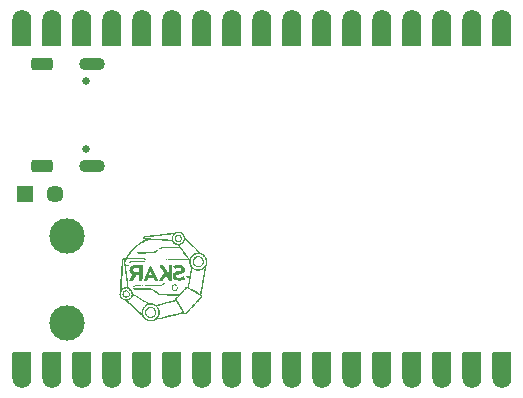
<source format=gbr>
%TF.GenerationSoftware,Altium Limited,Altium Designer,24.10.1 (45)*%
G04 Layer_Color=16711935*
%FSLAX45Y45*%
%MOMM*%
%TF.SameCoordinates,D2505BA3-E522-476C-ACF0-F4815D070146*%
%TF.FilePolarity,Negative*%
%TF.FileFunction,Soldermask,Bot*%
%TF.Part,Single*%
G01*
G75*
%TA.AperFunction,ComponentPad*%
%ADD44C,0.65000*%
G04:AMPARAMS|DCode=72|XSize=1.876mm|YSize=1.076mm|CornerRadius=0.288mm|HoleSize=0mm|Usage=FLASHONLY|Rotation=0.000|XOffset=0mm|YOffset=0mm|HoleType=Round|Shape=RoundedRectangle|*
%AMROUNDEDRECTD72*
21,1,1.87600,0.50000,0,0,0.0*
21,1,1.30000,1.07600,0,0,0.0*
1,1,0.57600,0.65000,-0.25000*
1,1,0.57600,-0.65000,-0.25000*
1,1,0.57600,-0.65000,0.25000*
1,1,0.57600,0.65000,0.25000*
%
%ADD72ROUNDEDRECTD72*%
%ADD73O,2.17600X1.07600*%
%ADD74C,1.44600*%
%ADD75R,1.44600X1.44600*%
%ADD76C,2.98600*%
%TA.AperFunction,ViaPad*%
%ADD77C,1.57600*%
G36*
X4257745Y3053745D02*
X4258461Y3053528D01*
X4259122Y3053174D01*
X4259700Y3052700D01*
X4260175Y3052121D01*
X4260528Y3051461D01*
X4260745Y3050745D01*
X4260819Y3050000D01*
Y2825000D01*
X4260745Y2824255D01*
X4260528Y2823538D01*
X4260175Y2822878D01*
X4259700Y2822300D01*
X4259122Y2821825D01*
X4258461Y2821472D01*
X4257745Y2821255D01*
X4257000Y2821181D01*
X4107000D01*
X4106255Y2821255D01*
X4105539Y2821472D01*
X4104879Y2821825D01*
X4104300Y2822300D01*
X4103825Y2822878D01*
X4103472Y2823538D01*
X4103255Y2824255D01*
X4103182Y2825000D01*
Y2900000D01*
X4103182Y3049997D01*
X4103182Y3050000D01*
X4103255Y3050745D01*
X4103472Y3051461D01*
X4103825Y3052121D01*
X4104300Y3052700D01*
X4104879Y3053174D01*
X4105539Y3053528D01*
X4106255Y3053745D01*
X4107000Y3053818D01*
X4257000D01*
X4257745Y3053745D01*
D02*
G37*
G36*
X4003745D02*
X4004461Y3053528D01*
X4005122Y3053174D01*
X4005700Y3052700D01*
X4006175Y3052121D01*
X4006528Y3051461D01*
X4006745Y3050745D01*
X4006819Y3050000D01*
Y2825000D01*
X4006745Y2824255D01*
X4006528Y2823538D01*
X4006175Y2822878D01*
X4005700Y2822300D01*
X4005122Y2821825D01*
X4004461Y2821472D01*
X4003745Y2821255D01*
X4003000Y2821181D01*
X3853000D01*
X3852255Y2821255D01*
X3851539Y2821472D01*
X3850879Y2821825D01*
X3850300Y2822300D01*
X3849825Y2822878D01*
X3849472Y2823538D01*
X3849255Y2824255D01*
X3849182Y2825000D01*
Y2900000D01*
X3849182Y3049997D01*
X3849182Y3050000D01*
X3849255Y3050745D01*
X3849472Y3051461D01*
X3849825Y3052121D01*
X3850300Y3052700D01*
X3850879Y3053174D01*
X3851539Y3053528D01*
X3852255Y3053745D01*
X3853000Y3053818D01*
X4003000D01*
X4003745Y3053745D01*
D02*
G37*
G36*
X3749745D02*
X3750461Y3053528D01*
X3751122Y3053174D01*
X3751700Y3052700D01*
X3752175Y3052121D01*
X3752528Y3051461D01*
X3752745Y3050745D01*
X3752819Y3050000D01*
Y2825000D01*
X3752745Y2824255D01*
X3752528Y2823538D01*
X3752175Y2822878D01*
X3751700Y2822300D01*
X3751122Y2821825D01*
X3750461Y2821472D01*
X3749745Y2821255D01*
X3749000Y2821181D01*
X3599000D01*
X3598255Y2821255D01*
X3597539Y2821472D01*
X3596879Y2821825D01*
X3596300Y2822300D01*
X3595825Y2822878D01*
X3595472Y2823538D01*
X3595255Y2824255D01*
X3595182Y2825000D01*
Y2900000D01*
X3595182Y3049997D01*
X3595182Y3050000D01*
X3595255Y3050745D01*
X3595472Y3051461D01*
X3595825Y3052121D01*
X3596300Y3052700D01*
X3596879Y3053174D01*
X3597539Y3053528D01*
X3598255Y3053745D01*
X3599000Y3053818D01*
X3749000D01*
X3749745Y3053745D01*
D02*
G37*
G36*
X3495745D02*
X3496461Y3053528D01*
X3497122Y3053174D01*
X3497700Y3052700D01*
X3498175Y3052121D01*
X3498528Y3051461D01*
X3498745Y3050745D01*
X3498819Y3050000D01*
Y2825000D01*
X3498745Y2824255D01*
X3498528Y2823538D01*
X3498175Y2822878D01*
X3497700Y2822300D01*
X3497122Y2821825D01*
X3496461Y2821472D01*
X3495745Y2821255D01*
X3495000Y2821181D01*
X3345000D01*
X3344255Y2821255D01*
X3343539Y2821472D01*
X3342879Y2821825D01*
X3342300Y2822300D01*
X3341825Y2822878D01*
X3341472Y2823538D01*
X3341255Y2824255D01*
X3341182Y2825000D01*
Y2900000D01*
X3341182Y3049997D01*
X3341182Y3050000D01*
X3341255Y3050745D01*
X3341472Y3051461D01*
X3341825Y3052121D01*
X3342300Y3052700D01*
X3342879Y3053174D01*
X3343539Y3053528D01*
X3344255Y3053745D01*
X3345000Y3053818D01*
X3495000D01*
X3495745Y3053745D01*
D02*
G37*
G36*
X3241745D02*
X3242461Y3053528D01*
X3243122Y3053174D01*
X3243700Y3052700D01*
X3244175Y3052121D01*
X3244528Y3051461D01*
X3244745Y3050745D01*
X3244819Y3050000D01*
Y2825000D01*
X3244745Y2824255D01*
X3244528Y2823538D01*
X3244175Y2822878D01*
X3243700Y2822300D01*
X3243122Y2821825D01*
X3242461Y2821472D01*
X3241745Y2821255D01*
X3241000Y2821181D01*
X3091000D01*
X3090255Y2821255D01*
X3089539Y2821472D01*
X3088879Y2821825D01*
X3088300Y2822300D01*
X3087825Y2822878D01*
X3087472Y2823538D01*
X3087255Y2824255D01*
X3087182Y2825000D01*
Y2900000D01*
X3087182Y3049997D01*
X3087182Y3050000D01*
X3087255Y3050745D01*
X3087472Y3051461D01*
X3087825Y3052121D01*
X3088300Y3052700D01*
X3088879Y3053174D01*
X3089539Y3053528D01*
X3090255Y3053745D01*
X3091000Y3053818D01*
X3241000D01*
X3241745Y3053745D01*
D02*
G37*
G36*
X2987745D02*
X2988461Y3053528D01*
X2989122Y3053174D01*
X2989700Y3052700D01*
X2990175Y3052121D01*
X2990528Y3051461D01*
X2990745Y3050745D01*
X2990819Y3050000D01*
Y2825000D01*
X2990745Y2824255D01*
X2990528Y2823538D01*
X2990175Y2822878D01*
X2989700Y2822300D01*
X2989122Y2821825D01*
X2988461Y2821472D01*
X2987745Y2821255D01*
X2987000Y2821181D01*
X2837000D01*
X2836255Y2821255D01*
X2835539Y2821472D01*
X2834879Y2821825D01*
X2834300Y2822300D01*
X2833825Y2822878D01*
X2833472Y2823538D01*
X2833255Y2824255D01*
X2833182Y2825000D01*
Y2900000D01*
X2833182Y3049997D01*
X2833182Y3050000D01*
X2833255Y3050745D01*
X2833472Y3051461D01*
X2833825Y3052121D01*
X2834300Y3052700D01*
X2834879Y3053174D01*
X2835539Y3053528D01*
X2836255Y3053745D01*
X2837000Y3053818D01*
X2987000D01*
X2987745Y3053745D01*
D02*
G37*
G36*
X2733745D02*
X2734461Y3053528D01*
X2735122Y3053174D01*
X2735700Y3052700D01*
X2736175Y3052121D01*
X2736528Y3051461D01*
X2736745Y3050745D01*
X2736819Y3050000D01*
Y2825000D01*
X2736745Y2824255D01*
X2736528Y2823538D01*
X2736175Y2822878D01*
X2735700Y2822300D01*
X2735122Y2821825D01*
X2734461Y2821472D01*
X2733745Y2821255D01*
X2733000Y2821181D01*
X2583000D01*
X2582255Y2821255D01*
X2581539Y2821472D01*
X2580879Y2821825D01*
X2580300Y2822300D01*
X2579825Y2822878D01*
X2579472Y2823538D01*
X2579255Y2824255D01*
X2579182Y2825000D01*
Y2900000D01*
X2579182Y3049997D01*
X2579182Y3050000D01*
X2579255Y3050745D01*
X2579472Y3051461D01*
X2579825Y3052121D01*
X2580300Y3052700D01*
X2580879Y3053174D01*
X2581539Y3053528D01*
X2582255Y3053745D01*
X2583000Y3053818D01*
X2733000D01*
X2733745Y3053745D01*
D02*
G37*
G36*
X2479745D02*
X2480461Y3053528D01*
X2481122Y3053174D01*
X2481700Y3052700D01*
X2482175Y3052121D01*
X2482528Y3051461D01*
X2482745Y3050745D01*
X2482819Y3050000D01*
Y2825000D01*
X2482745Y2824255D01*
X2482528Y2823538D01*
X2482175Y2822878D01*
X2481700Y2822300D01*
X2481122Y2821825D01*
X2480461Y2821472D01*
X2479745Y2821255D01*
X2479000Y2821181D01*
X2329000D01*
X2328255Y2821255D01*
X2327539Y2821472D01*
X2326879Y2821825D01*
X2326300Y2822300D01*
X2325825Y2822878D01*
X2325472Y2823538D01*
X2325255Y2824255D01*
X2325182Y2825000D01*
Y2900000D01*
X2325182Y3049997D01*
X2325182Y3050000D01*
X2325255Y3050745D01*
X2325472Y3051461D01*
X2325825Y3052121D01*
X2326300Y3052700D01*
X2326879Y3053174D01*
X2327539Y3053528D01*
X2328255Y3053745D01*
X2329000Y3053818D01*
X2479000D01*
X2479745Y3053745D01*
D02*
G37*
G36*
X2225745D02*
X2226461Y3053528D01*
X2227122Y3053174D01*
X2227700Y3052700D01*
X2228175Y3052121D01*
X2228528Y3051461D01*
X2228745Y3050745D01*
X2228819Y3050000D01*
Y2825000D01*
X2228745Y2824255D01*
X2228528Y2823538D01*
X2228175Y2822878D01*
X2227700Y2822300D01*
X2227122Y2821825D01*
X2226461Y2821472D01*
X2225745Y2821255D01*
X2225000Y2821181D01*
X2075000D01*
X2074255Y2821255D01*
X2073539Y2821472D01*
X2072879Y2821825D01*
X2072300Y2822300D01*
X2071825Y2822878D01*
X2071472Y2823538D01*
X2071255Y2824255D01*
X2071182Y2825000D01*
Y2900000D01*
X2071182Y3049997D01*
X2071182Y3050000D01*
X2071255Y3050745D01*
X2071472Y3051461D01*
X2071825Y3052121D01*
X2072300Y3052700D01*
X2072879Y3053174D01*
X2073539Y3053528D01*
X2074255Y3053745D01*
X2075000Y3053818D01*
X2225000D01*
X2225745Y3053745D01*
D02*
G37*
G36*
X1971745D02*
X1972461Y3053528D01*
X1973122Y3053174D01*
X1973700Y3052700D01*
X1974175Y3052121D01*
X1974528Y3051461D01*
X1974745Y3050745D01*
X1974819Y3050000D01*
Y2825000D01*
X1974745Y2824255D01*
X1974528Y2823538D01*
X1974175Y2822878D01*
X1973700Y2822300D01*
X1973122Y2821825D01*
X1972461Y2821472D01*
X1971745Y2821255D01*
X1971000Y2821181D01*
X1821000D01*
X1820255Y2821255D01*
X1819539Y2821472D01*
X1818879Y2821825D01*
X1818300Y2822300D01*
X1817825Y2822878D01*
X1817472Y2823538D01*
X1817255Y2824255D01*
X1817182Y2825000D01*
Y2900000D01*
X1817182Y3049997D01*
X1817182Y3050000D01*
X1817255Y3050745D01*
X1817472Y3051461D01*
X1817825Y3052121D01*
X1818300Y3052700D01*
X1818879Y3053174D01*
X1819539Y3053528D01*
X1820255Y3053745D01*
X1821000Y3053818D01*
X1971000D01*
X1971745Y3053745D01*
D02*
G37*
G36*
X1717745D02*
X1718461Y3053528D01*
X1719122Y3053174D01*
X1719700Y3052700D01*
X1720175Y3052121D01*
X1720528Y3051461D01*
X1720745Y3050745D01*
X1720819Y3050000D01*
Y2825000D01*
X1720745Y2824255D01*
X1720528Y2823538D01*
X1720175Y2822878D01*
X1719700Y2822300D01*
X1719122Y2821825D01*
X1718461Y2821472D01*
X1717745Y2821255D01*
X1717000Y2821181D01*
X1567000D01*
X1566255Y2821255D01*
X1565539Y2821472D01*
X1564879Y2821825D01*
X1564300Y2822300D01*
X1563825Y2822878D01*
X1563472Y2823538D01*
X1563255Y2824255D01*
X1563182Y2825000D01*
Y2900000D01*
X1563182Y3049997D01*
X1563182Y3050000D01*
X1563255Y3050745D01*
X1563472Y3051461D01*
X1563825Y3052121D01*
X1564300Y3052700D01*
X1564879Y3053174D01*
X1565539Y3053528D01*
X1566255Y3053745D01*
X1567000Y3053818D01*
X1717000D01*
X1717745Y3053745D01*
D02*
G37*
G36*
X1463745D02*
X1464461Y3053528D01*
X1465122Y3053174D01*
X1465700Y3052700D01*
X1466175Y3052121D01*
X1466528Y3051461D01*
X1466745Y3050745D01*
X1466819Y3050000D01*
Y2825000D01*
X1466745Y2824255D01*
X1466528Y2823538D01*
X1466175Y2822878D01*
X1465700Y2822300D01*
X1465122Y2821825D01*
X1464461Y2821472D01*
X1463745Y2821255D01*
X1463000Y2821181D01*
X1313000D01*
X1312255Y2821255D01*
X1311539Y2821472D01*
X1310879Y2821825D01*
X1310300Y2822300D01*
X1309825Y2822878D01*
X1309472Y2823538D01*
X1309255Y2824255D01*
X1309182Y2825000D01*
Y2900000D01*
X1309182Y3049997D01*
X1309182Y3050000D01*
X1309255Y3050745D01*
X1309472Y3051461D01*
X1309825Y3052121D01*
X1310300Y3052700D01*
X1310879Y3053174D01*
X1311539Y3053528D01*
X1312255Y3053745D01*
X1313000Y3053818D01*
X1463000D01*
X1463745Y3053745D01*
D02*
G37*
G36*
X1209745D02*
X1210461Y3053528D01*
X1211122Y3053174D01*
X1211700Y3052700D01*
X1212175Y3052121D01*
X1212528Y3051461D01*
X1212745Y3050745D01*
X1212819Y3050000D01*
Y2825000D01*
X1212745Y2824255D01*
X1212528Y2823538D01*
X1212175Y2822878D01*
X1211700Y2822300D01*
X1211122Y2821825D01*
X1210461Y2821472D01*
X1209745Y2821255D01*
X1209000Y2821181D01*
X1059000D01*
X1058255Y2821255D01*
X1057539Y2821472D01*
X1056879Y2821825D01*
X1056300Y2822300D01*
X1055825Y2822878D01*
X1055472Y2823538D01*
X1055255Y2824255D01*
X1055182Y2825000D01*
Y2900000D01*
X1055182Y3049997D01*
X1055182Y3050000D01*
X1055255Y3050745D01*
X1055472Y3051461D01*
X1055825Y3052121D01*
X1056300Y3052700D01*
X1056879Y3053174D01*
X1057539Y3053528D01*
X1058255Y3053745D01*
X1059000Y3053818D01*
X1209000D01*
X1209745Y3053745D01*
D02*
G37*
G36*
X955745D02*
X956461Y3053528D01*
X957122Y3053174D01*
X957700Y3052700D01*
X958175Y3052121D01*
X958528Y3051461D01*
X958745Y3050745D01*
X958819Y3050000D01*
Y2825000D01*
X958745Y2824255D01*
X958528Y2823538D01*
X958175Y2822878D01*
X957700Y2822300D01*
X957122Y2821825D01*
X956461Y2821472D01*
X955745Y2821255D01*
X955000Y2821181D01*
X805000D01*
X804255Y2821255D01*
X803539Y2821472D01*
X802879Y2821825D01*
X802300Y2822300D01*
X801825Y2822878D01*
X801472Y2823538D01*
X801255Y2824255D01*
X801182Y2825000D01*
Y2900000D01*
X801182Y3049997D01*
X801182Y3050000D01*
X801255Y3050745D01*
X801472Y3051461D01*
X801825Y3052121D01*
X802300Y3052700D01*
X802879Y3053174D01*
X803539Y3053528D01*
X804255Y3053745D01*
X805000Y3053818D01*
X955000D01*
X955745Y3053745D01*
D02*
G37*
G36*
X701745D02*
X702461Y3053528D01*
X703122Y3053174D01*
X703700Y3052700D01*
X704175Y3052121D01*
X704528Y3051461D01*
X704745Y3050745D01*
X704819Y3050000D01*
Y2825000D01*
X704745Y2824255D01*
X704528Y2823538D01*
X704175Y2822878D01*
X703700Y2822300D01*
X703122Y2821825D01*
X702461Y2821472D01*
X701745Y2821255D01*
X701000Y2821181D01*
X551000D01*
X550255Y2821255D01*
X549539Y2821472D01*
X548879Y2821825D01*
X548300Y2822300D01*
X547825Y2822878D01*
X547472Y2823538D01*
X547255Y2824255D01*
X547182Y2825000D01*
Y2900000D01*
X547182Y3049997D01*
X547182Y3050000D01*
X547255Y3050745D01*
X547472Y3051461D01*
X547825Y3052121D01*
X548300Y3052700D01*
X548879Y3053174D01*
X549539Y3053528D01*
X550255Y3053745D01*
X551000Y3053818D01*
X701000D01*
X701745Y3053745D01*
D02*
G37*
G36*
X447745D02*
X448461Y3053528D01*
X449122Y3053174D01*
X449700Y3052700D01*
X450175Y3052121D01*
X450528Y3051461D01*
X450745Y3050745D01*
X450819Y3050000D01*
Y2825000D01*
X450745Y2824255D01*
X450528Y2823538D01*
X450175Y2822878D01*
X449700Y2822300D01*
X449122Y2821825D01*
X448461Y2821472D01*
X447745Y2821255D01*
X447000Y2821181D01*
X297000D01*
X296255Y2821255D01*
X295539Y2821472D01*
X294879Y2821825D01*
X294300Y2822300D01*
X293825Y2822878D01*
X293472Y2823538D01*
X293255Y2824255D01*
X293182Y2825000D01*
Y2900000D01*
X293182Y3049997D01*
X293182Y3050000D01*
X293255Y3050745D01*
X293472Y3051461D01*
X293825Y3052121D01*
X294300Y3052700D01*
X294879Y3053174D01*
X295539Y3053528D01*
X296255Y3053745D01*
X297000Y3053818D01*
X447000D01*
X447745Y3053745D01*
D02*
G37*
G36*
X193745D02*
X194461Y3053528D01*
X195122Y3053174D01*
X195700Y3052700D01*
X196175Y3052121D01*
X196528Y3051461D01*
X196745Y3050745D01*
X196819Y3050000D01*
Y2825000D01*
X196745Y2824255D01*
X196528Y2823538D01*
X196175Y2822878D01*
X195700Y2822300D01*
X195122Y2821825D01*
X194461Y2821472D01*
X193745Y2821255D01*
X193000Y2821181D01*
X43000D01*
X42255Y2821255D01*
X41539Y2821472D01*
X40879Y2821825D01*
X40300Y2822300D01*
X39825Y2822878D01*
X39472Y2823538D01*
X39255Y2824255D01*
X39182Y2825000D01*
Y2900000D01*
X39182Y3049997D01*
X39182Y3050000D01*
X39255Y3050745D01*
X39472Y3051461D01*
X39825Y3052121D01*
X40300Y3052700D01*
X40879Y3053174D01*
X41539Y3053528D01*
X42255Y3053745D01*
X43000Y3053818D01*
X193000D01*
X193745Y3053745D01*
D02*
G37*
G36*
X1450859Y1249297D02*
X1456328Y1248516D01*
X1461797Y1246953D01*
X1470391Y1243047D01*
X1471953Y1242266D01*
X1476640Y1239141D01*
X1478203Y1238359D01*
X1480547Y1236016D01*
X1482109Y1235235D01*
X1484062Y1233282D01*
X1484844Y1231719D01*
X1487969Y1228594D01*
X1488750Y1227031D01*
X1489922Y1225860D01*
X1494609Y1218047D01*
X1496172Y1214141D01*
X1498125Y1209063D01*
X1499687Y1202813D01*
X1501640Y1198516D01*
X1503203Y1197734D01*
X1522734Y1178203D01*
X1524297Y1177422D01*
X1543828Y1157891D01*
X1545390Y1157109D01*
X1564140Y1138360D01*
X1565703Y1137578D01*
X1585625Y1117656D01*
X1586015Y1117266D01*
X1586797D01*
X1606328Y1097735D01*
X1607891Y1096953D01*
X1626640Y1078203D01*
X1628203Y1077422D01*
X1636797Y1068828D01*
X1638359Y1068047D01*
X1651641Y1061797D01*
X1657109Y1057891D01*
X1658672Y1057110D01*
X1661797Y1053984D01*
X1663359Y1053203D01*
X1666484Y1050078D01*
X1670000Y1045782D01*
X1675469Y1038750D01*
X1682109Y1026641D01*
X1685625Y1016875D01*
X1686406Y1013750D01*
X1687187Y1011406D01*
X1687969Y1002813D01*
X1688750Y1000469D01*
X1687969Y987969D01*
X1686406Y978594D01*
X1685234Y974297D01*
X1684453Y971172D01*
X1682109Y964922D01*
X1681328Y961016D01*
X1679765Y951641D01*
X1678984Y947734D01*
X1677422Y938360D01*
X1676641Y934453D01*
X1675078Y925078D01*
X1674297Y921172D01*
X1671953Y907109D01*
X1671172Y903203D01*
X1669609Y893828D01*
X1668828Y889922D01*
X1667265Y880547D01*
X1666484Y876641D01*
X1664922Y867266D01*
X1664140Y863359D01*
X1661797Y849297D01*
X1661015Y845391D01*
X1659453Y836016D01*
X1658672Y832110D01*
X1657109Y822734D01*
X1656328Y818828D01*
X1654766Y809453D01*
X1653984Y805547D01*
X1651641Y791485D01*
X1650859Y787578D01*
X1649297Y778203D01*
X1648515Y774297D01*
X1646953Y764922D01*
X1646172Y761016D01*
X1644609Y751641D01*
X1643828Y747735D01*
X1641484Y733672D01*
X1640703Y729766D01*
X1639922Y725078D01*
X1638750Y717656D01*
X1639922Y716484D01*
X1641484Y715703D01*
X1646562Y710625D01*
X1647344Y702813D01*
X1645781Y698906D01*
X1645000Y697344D01*
X1636406Y688750D01*
X1635625Y687188D01*
X1626250Y677813D01*
X1625469Y676250D01*
X1616094Y666875D01*
X1615312Y665313D01*
X1605937Y655938D01*
X1605156Y654375D01*
X1595781Y645000D01*
X1595000Y643438D01*
X1585625Y634063D01*
X1584844Y632500D01*
X1575469Y623125D01*
X1574687Y621563D01*
X1565312Y612188D01*
X1564531Y610625D01*
X1555156Y601250D01*
X1554375Y599688D01*
X1545000Y590313D01*
X1544219Y588750D01*
X1534844Y579375D01*
X1534062Y577813D01*
X1524687Y568438D01*
X1523906Y566875D01*
X1514531Y557500D01*
X1513750Y555938D01*
X1510234Y552422D01*
X1507500Y550469D01*
X1502422Y548516D01*
X1496172Y550078D01*
X1492656Y553594D01*
X1489922Y557891D01*
X1487969Y557500D01*
X1484844Y556719D01*
X1480937Y555938D01*
X1459062Y550469D01*
X1455156Y549688D01*
X1433281Y544219D01*
X1429375Y543438D01*
X1407500Y537969D01*
X1403594Y537188D01*
X1381719Y531719D01*
X1377812Y530938D01*
X1355937Y525469D01*
X1352031Y524688D01*
X1330156Y519219D01*
X1326250Y518438D01*
X1304375Y512969D01*
X1300469Y512188D01*
X1278594Y506719D01*
X1274687Y505938D01*
X1255937Y501250D01*
X1250859Y500078D01*
X1244609Y498516D01*
X1240312Y496563D01*
X1232890Y493828D01*
X1228984Y492266D01*
X1224297Y491484D01*
X1221953Y490703D01*
X1207109Y489922D01*
X1196953Y490703D01*
X1190703Y492266D01*
X1182890Y494610D01*
X1171172Y500078D01*
X1169609Y500860D01*
X1164922Y503985D01*
X1163359Y504766D01*
X1160234Y507891D01*
X1158672Y508672D01*
X1151250Y516094D01*
X1150469Y517656D01*
X1148906Y519219D01*
X1148125Y520781D01*
X1146562Y522344D01*
X1139531Y535625D01*
X1132109Y543047D01*
X1130547Y543828D01*
X1122734Y551641D01*
X1121172Y552422D01*
X1113359Y560235D01*
X1111797Y561016D01*
X1103984Y568828D01*
X1102422Y569609D01*
X1094609Y577422D01*
X1093047Y578203D01*
X1086015Y585235D01*
X1084453Y586016D01*
X1076640Y593828D01*
X1075078Y594609D01*
X1067265Y602422D01*
X1065703Y603203D01*
X1057890Y611016D01*
X1056328Y611797D01*
X1048516Y619610D01*
X1046953Y620391D01*
X1039922Y627422D01*
X1038359Y628203D01*
X1030547Y636016D01*
X1028984Y636797D01*
X1021172Y644610D01*
X1019609Y645391D01*
X1011797Y653203D01*
X1010234Y653984D01*
X1002422Y661797D01*
X1000859Y662578D01*
X998515Y664922D01*
X989141Y667266D01*
X982500Y669219D01*
X977422Y671172D01*
X971172Y675078D01*
X969609Y675859D01*
X968047Y677422D01*
X966484Y678203D01*
X957500Y687188D01*
X956718Y688750D01*
X955547Y689922D01*
X951640Y696172D01*
X947734Y704766D01*
X946953Y707891D01*
X945781Y712969D01*
X945000Y718438D01*
X945781Y730938D01*
X947344Y737188D01*
X948906Y742656D01*
X950469Y746563D01*
X952422Y750860D01*
X953203Y761797D01*
X961797Y936016D01*
X964140Y983672D01*
X965312Y1009844D01*
X966875Y1015313D01*
X968047Y1016485D01*
X982890Y1024297D01*
X987578Y1023516D01*
X991094Y1020000D01*
X991875Y1015313D01*
X993047Y1014922D01*
X1005937Y1041094D01*
X1011406Y1049688D01*
X1012187Y1051250D01*
X1015312Y1055938D01*
X1016093Y1057500D01*
X1023906Y1068438D01*
X1024687Y1070000D01*
X1026250Y1071563D01*
X1027031Y1073125D01*
X1028594Y1074688D01*
X1029375Y1076250D01*
X1031719Y1078594D01*
X1032500Y1080156D01*
X1034843Y1082500D01*
X1035625Y1084063D01*
X1038750Y1087188D01*
X1039531Y1088750D01*
X1044219Y1093438D01*
X1045000Y1095000D01*
X1068047Y1118047D01*
X1069609Y1118828D01*
X1074297Y1123516D01*
X1075859Y1124297D01*
X1079765Y1128203D01*
X1081328Y1128985D01*
X1083672Y1131328D01*
X1085234Y1132109D01*
X1087578Y1134453D01*
X1089141Y1135234D01*
X1090312Y1136406D01*
X1105547Y1147735D01*
X1107109Y1148516D01*
X1112578Y1152422D01*
X1114141Y1153203D01*
X1119609Y1157109D01*
X1121172Y1157891D01*
X1125859Y1161016D01*
X1132891Y1164922D01*
X1139140Y1168828D01*
X1155547Y1177422D01*
X1161015Y1179766D01*
X1167656Y1182500D01*
X1150859Y1183672D01*
X1145390Y1184453D01*
X1141875Y1187969D01*
X1141093Y1193438D01*
X1145000Y1202031D01*
X1145781Y1205156D01*
X1150078Y1209453D01*
X1152812Y1210625D01*
X1165312Y1212188D01*
X1186406Y1214531D01*
X1192656Y1215313D01*
X1213750Y1217656D01*
X1220000Y1218438D01*
X1241094Y1220781D01*
X1247344Y1221563D01*
X1268437Y1223906D01*
X1274687Y1224688D01*
X1295781Y1227031D01*
X1302031Y1227813D01*
X1323125Y1230157D01*
X1329375Y1230938D01*
X1357500Y1234063D01*
X1363750Y1234844D01*
X1384844Y1237188D01*
X1391093Y1237969D01*
X1398125Y1238750D01*
X1409453Y1239922D01*
X1422734Y1246172D01*
X1426641Y1247735D01*
X1429765Y1248516D01*
X1432109Y1249297D01*
X1447734Y1250078D01*
X1450859Y1249297D01*
D02*
G37*
G36*
X4257745Y228745D02*
X4258461Y228528D01*
X4259122Y228175D01*
X4259700Y227700D01*
X4260175Y227121D01*
X4260528Y226461D01*
X4260745Y225745D01*
X4260819Y225000D01*
Y150000D01*
X4260818Y3D01*
X4260819Y0D01*
X4260745Y-745D01*
X4260528Y-1461D01*
X4260175Y-2121D01*
X4259700Y-2700D01*
X4259122Y-3175D01*
X4258461Y-3528D01*
X4257745Y-3745D01*
X4257000Y-3818D01*
X4107000D01*
X4106255Y-3745D01*
X4105539Y-3528D01*
X4104879Y-3175D01*
X4104300Y-2700D01*
X4103825Y-2121D01*
X4103472Y-1461D01*
X4103255Y-745D01*
X4103182Y0D01*
Y225000D01*
X4103255Y225745D01*
X4103472Y226461D01*
X4103825Y227121D01*
X4104300Y227700D01*
X4104879Y228175D01*
X4105539Y228528D01*
X4106255Y228745D01*
X4107000Y228818D01*
X4257000D01*
X4257745Y228745D01*
D02*
G37*
G36*
X4003745D02*
X4004461Y228528D01*
X4005122Y228175D01*
X4005700Y227700D01*
X4006175Y227121D01*
X4006528Y226461D01*
X4006745Y225745D01*
X4006819Y225000D01*
Y150000D01*
X4006818Y3D01*
X4006819Y0D01*
X4006745Y-745D01*
X4006528Y-1461D01*
X4006175Y-2121D01*
X4005700Y-2700D01*
X4005122Y-3175D01*
X4004461Y-3528D01*
X4003745Y-3745D01*
X4003000Y-3818D01*
X3853000D01*
X3852255Y-3745D01*
X3851539Y-3528D01*
X3850879Y-3175D01*
X3850300Y-2700D01*
X3849825Y-2121D01*
X3849472Y-1461D01*
X3849255Y-745D01*
X3849182Y0D01*
Y225000D01*
X3849255Y225745D01*
X3849472Y226461D01*
X3849825Y227121D01*
X3850300Y227700D01*
X3850879Y228175D01*
X3851539Y228528D01*
X3852255Y228745D01*
X3853000Y228818D01*
X4003000D01*
X4003745Y228745D01*
D02*
G37*
G36*
X3749745D02*
X3750461Y228528D01*
X3751122Y228175D01*
X3751700Y227700D01*
X3752175Y227121D01*
X3752528Y226461D01*
X3752745Y225745D01*
X3752819Y225000D01*
Y150000D01*
X3752818Y3D01*
X3752819Y0D01*
X3752745Y-745D01*
X3752528Y-1461D01*
X3752175Y-2121D01*
X3751700Y-2700D01*
X3751122Y-3175D01*
X3750461Y-3528D01*
X3749745Y-3745D01*
X3749000Y-3818D01*
X3599000D01*
X3598255Y-3745D01*
X3597539Y-3528D01*
X3596879Y-3175D01*
X3596300Y-2700D01*
X3595825Y-2121D01*
X3595472Y-1461D01*
X3595255Y-745D01*
X3595182Y0D01*
Y225000D01*
X3595255Y225745D01*
X3595472Y226461D01*
X3595825Y227121D01*
X3596300Y227700D01*
X3596879Y228175D01*
X3597539Y228528D01*
X3598255Y228745D01*
X3599000Y228818D01*
X3749000D01*
X3749745Y228745D01*
D02*
G37*
G36*
X3495745D02*
X3496461Y228528D01*
X3497122Y228175D01*
X3497700Y227700D01*
X3498175Y227121D01*
X3498528Y226461D01*
X3498745Y225745D01*
X3498819Y225000D01*
Y150000D01*
X3498818Y3D01*
X3498819Y0D01*
X3498745Y-745D01*
X3498528Y-1461D01*
X3498175Y-2121D01*
X3497700Y-2700D01*
X3497122Y-3175D01*
X3496461Y-3528D01*
X3495745Y-3745D01*
X3495000Y-3818D01*
X3345000D01*
X3344255Y-3745D01*
X3343539Y-3528D01*
X3342879Y-3175D01*
X3342300Y-2700D01*
X3341825Y-2121D01*
X3341472Y-1461D01*
X3341255Y-745D01*
X3341182Y0D01*
Y225000D01*
X3341255Y225745D01*
X3341472Y226461D01*
X3341825Y227121D01*
X3342300Y227700D01*
X3342879Y228175D01*
X3343539Y228528D01*
X3344255Y228745D01*
X3345000Y228818D01*
X3495000D01*
X3495745Y228745D01*
D02*
G37*
G36*
X3241745D02*
X3242461Y228528D01*
X3243122Y228175D01*
X3243700Y227700D01*
X3244175Y227121D01*
X3244528Y226461D01*
X3244745Y225745D01*
X3244819Y225000D01*
Y150000D01*
X3244818Y3D01*
X3244819Y0D01*
X3244745Y-745D01*
X3244528Y-1461D01*
X3244175Y-2121D01*
X3243700Y-2700D01*
X3243122Y-3175D01*
X3242461Y-3528D01*
X3241745Y-3745D01*
X3241000Y-3818D01*
X3091000D01*
X3090255Y-3745D01*
X3089539Y-3528D01*
X3088879Y-3175D01*
X3088300Y-2700D01*
X3087825Y-2121D01*
X3087472Y-1461D01*
X3087255Y-745D01*
X3087182Y0D01*
Y225000D01*
X3087255Y225745D01*
X3087472Y226461D01*
X3087825Y227121D01*
X3088300Y227700D01*
X3088879Y228175D01*
X3089539Y228528D01*
X3090255Y228745D01*
X3091000Y228818D01*
X3241000D01*
X3241745Y228745D01*
D02*
G37*
G36*
X2987745D02*
X2988461Y228528D01*
X2989122Y228175D01*
X2989700Y227700D01*
X2990175Y227121D01*
X2990528Y226461D01*
X2990745Y225745D01*
X2990819Y225000D01*
Y150000D01*
X2990818Y3D01*
X2990819Y0D01*
X2990745Y-745D01*
X2990528Y-1461D01*
X2990175Y-2121D01*
X2989700Y-2700D01*
X2989122Y-3175D01*
X2988461Y-3528D01*
X2987745Y-3745D01*
X2987000Y-3818D01*
X2837000D01*
X2836255Y-3745D01*
X2835539Y-3528D01*
X2834879Y-3175D01*
X2834300Y-2700D01*
X2833825Y-2121D01*
X2833472Y-1461D01*
X2833255Y-745D01*
X2833182Y0D01*
Y225000D01*
X2833255Y225745D01*
X2833472Y226461D01*
X2833825Y227121D01*
X2834300Y227700D01*
X2834879Y228175D01*
X2835539Y228528D01*
X2836255Y228745D01*
X2837000Y228818D01*
X2987000D01*
X2987745Y228745D01*
D02*
G37*
G36*
X2733745D02*
X2734461Y228528D01*
X2735122Y228175D01*
X2735700Y227700D01*
X2736175Y227121D01*
X2736528Y226461D01*
X2736745Y225745D01*
X2736819Y225000D01*
Y150000D01*
X2736818Y3D01*
X2736819Y0D01*
X2736745Y-745D01*
X2736528Y-1461D01*
X2736175Y-2121D01*
X2735700Y-2700D01*
X2735122Y-3175D01*
X2734461Y-3528D01*
X2733745Y-3745D01*
X2733000Y-3818D01*
X2583000D01*
X2582255Y-3745D01*
X2581539Y-3528D01*
X2580879Y-3175D01*
X2580300Y-2700D01*
X2579825Y-2121D01*
X2579472Y-1461D01*
X2579255Y-745D01*
X2579182Y0D01*
Y225000D01*
X2579255Y225745D01*
X2579472Y226461D01*
X2579825Y227121D01*
X2580300Y227700D01*
X2580879Y228175D01*
X2581539Y228528D01*
X2582255Y228745D01*
X2583000Y228818D01*
X2733000D01*
X2733745Y228745D01*
D02*
G37*
G36*
X2479745D02*
X2480461Y228528D01*
X2481122Y228175D01*
X2481700Y227700D01*
X2482175Y227121D01*
X2482528Y226461D01*
X2482745Y225745D01*
X2482819Y225000D01*
Y150000D01*
X2482818Y3D01*
X2482819Y0D01*
X2482745Y-745D01*
X2482528Y-1461D01*
X2482175Y-2121D01*
X2481700Y-2700D01*
X2481122Y-3175D01*
X2480461Y-3528D01*
X2479745Y-3745D01*
X2479000Y-3818D01*
X2329000D01*
X2328255Y-3745D01*
X2327539Y-3528D01*
X2326879Y-3175D01*
X2326300Y-2700D01*
X2325825Y-2121D01*
X2325472Y-1461D01*
X2325255Y-745D01*
X2325182Y0D01*
Y225000D01*
X2325255Y225745D01*
X2325472Y226461D01*
X2325825Y227121D01*
X2326300Y227700D01*
X2326879Y228175D01*
X2327539Y228528D01*
X2328255Y228745D01*
X2329000Y228818D01*
X2479000D01*
X2479745Y228745D01*
D02*
G37*
G36*
X2225745D02*
X2226461Y228528D01*
X2227122Y228175D01*
X2227700Y227700D01*
X2228175Y227121D01*
X2228528Y226461D01*
X2228745Y225745D01*
X2228819Y225000D01*
Y150000D01*
X2228818Y3D01*
X2228819Y0D01*
X2228745Y-745D01*
X2228528Y-1461D01*
X2228175Y-2121D01*
X2227700Y-2700D01*
X2227122Y-3175D01*
X2226461Y-3528D01*
X2225745Y-3745D01*
X2225000Y-3818D01*
X2075000D01*
X2074255Y-3745D01*
X2073539Y-3528D01*
X2072879Y-3175D01*
X2072300Y-2700D01*
X2071825Y-2121D01*
X2071472Y-1461D01*
X2071255Y-745D01*
X2071182Y0D01*
Y225000D01*
X2071255Y225745D01*
X2071472Y226461D01*
X2071825Y227121D01*
X2072300Y227700D01*
X2072879Y228175D01*
X2073539Y228528D01*
X2074255Y228745D01*
X2075000Y228818D01*
X2225000D01*
X2225745Y228745D01*
D02*
G37*
G36*
X1971745D02*
X1972461Y228528D01*
X1973122Y228175D01*
X1973700Y227700D01*
X1974175Y227121D01*
X1974528Y226461D01*
X1974745Y225745D01*
X1974819Y225000D01*
Y150000D01*
X1974818Y3D01*
X1974819Y0D01*
X1974745Y-745D01*
X1974528Y-1461D01*
X1974175Y-2121D01*
X1973700Y-2700D01*
X1973122Y-3175D01*
X1972461Y-3528D01*
X1971745Y-3745D01*
X1971000Y-3818D01*
X1821000D01*
X1820255Y-3745D01*
X1819539Y-3528D01*
X1818879Y-3175D01*
X1818300Y-2700D01*
X1817825Y-2121D01*
X1817472Y-1461D01*
X1817255Y-745D01*
X1817182Y0D01*
Y225000D01*
X1817255Y225745D01*
X1817472Y226461D01*
X1817825Y227121D01*
X1818300Y227700D01*
X1818879Y228175D01*
X1819539Y228528D01*
X1820255Y228745D01*
X1821000Y228818D01*
X1971000D01*
X1971745Y228745D01*
D02*
G37*
G36*
X1717745D02*
X1718461Y228528D01*
X1719122Y228175D01*
X1719700Y227700D01*
X1720175Y227121D01*
X1720528Y226461D01*
X1720745Y225745D01*
X1720819Y225000D01*
Y150000D01*
X1720818Y3D01*
X1720819Y0D01*
X1720745Y-745D01*
X1720528Y-1461D01*
X1720175Y-2121D01*
X1719700Y-2700D01*
X1719122Y-3175D01*
X1718461Y-3528D01*
X1717745Y-3745D01*
X1717000Y-3818D01*
X1567000D01*
X1566255Y-3745D01*
X1565539Y-3528D01*
X1564879Y-3175D01*
X1564300Y-2700D01*
X1563825Y-2121D01*
X1563472Y-1461D01*
X1563255Y-745D01*
X1563182Y0D01*
Y225000D01*
X1563255Y225745D01*
X1563472Y226461D01*
X1563825Y227121D01*
X1564300Y227700D01*
X1564879Y228175D01*
X1565539Y228528D01*
X1566255Y228745D01*
X1567000Y228818D01*
X1717000D01*
X1717745Y228745D01*
D02*
G37*
G36*
X1463745D02*
X1464461Y228528D01*
X1465122Y228175D01*
X1465700Y227700D01*
X1466175Y227121D01*
X1466528Y226461D01*
X1466745Y225745D01*
X1466819Y225000D01*
Y150000D01*
X1466818Y3D01*
X1466819Y0D01*
X1466745Y-745D01*
X1466528Y-1461D01*
X1466175Y-2121D01*
X1465700Y-2700D01*
X1465122Y-3175D01*
X1464461Y-3528D01*
X1463745Y-3745D01*
X1463000Y-3818D01*
X1313000D01*
X1312255Y-3745D01*
X1311539Y-3528D01*
X1310879Y-3175D01*
X1310300Y-2700D01*
X1309825Y-2121D01*
X1309472Y-1461D01*
X1309255Y-745D01*
X1309182Y0D01*
Y225000D01*
X1309255Y225745D01*
X1309472Y226461D01*
X1309825Y227121D01*
X1310300Y227700D01*
X1310879Y228175D01*
X1311539Y228528D01*
X1312255Y228745D01*
X1313000Y228818D01*
X1463000D01*
X1463745Y228745D01*
D02*
G37*
G36*
X1209745D02*
X1210461Y228528D01*
X1211122Y228175D01*
X1211700Y227700D01*
X1212175Y227121D01*
X1212528Y226461D01*
X1212745Y225745D01*
X1212819Y225000D01*
Y150000D01*
X1212818Y3D01*
X1212819Y0D01*
X1212745Y-745D01*
X1212528Y-1461D01*
X1212175Y-2121D01*
X1211700Y-2700D01*
X1211122Y-3175D01*
X1210461Y-3528D01*
X1209745Y-3745D01*
X1209000Y-3818D01*
X1059000D01*
X1058255Y-3745D01*
X1057539Y-3528D01*
X1056879Y-3175D01*
X1056300Y-2700D01*
X1055825Y-2121D01*
X1055472Y-1461D01*
X1055255Y-745D01*
X1055182Y0D01*
Y225000D01*
X1055255Y225745D01*
X1055472Y226461D01*
X1055825Y227121D01*
X1056300Y227700D01*
X1056879Y228175D01*
X1057539Y228528D01*
X1058255Y228745D01*
X1059000Y228818D01*
X1209000D01*
X1209745Y228745D01*
D02*
G37*
G36*
X955745D02*
X956461Y228528D01*
X957122Y228175D01*
X957700Y227700D01*
X958175Y227121D01*
X958528Y226461D01*
X958745Y225745D01*
X958819Y225000D01*
Y150000D01*
X958818Y3D01*
X958819Y0D01*
X958745Y-745D01*
X958528Y-1461D01*
X958175Y-2121D01*
X957700Y-2700D01*
X957122Y-3175D01*
X956461Y-3528D01*
X955745Y-3745D01*
X955000Y-3818D01*
X805000D01*
X804255Y-3745D01*
X803539Y-3528D01*
X802879Y-3175D01*
X802300Y-2700D01*
X801825Y-2121D01*
X801472Y-1461D01*
X801255Y-745D01*
X801182Y0D01*
Y225000D01*
X801255Y225745D01*
X801472Y226461D01*
X801825Y227121D01*
X802300Y227700D01*
X802879Y228175D01*
X803539Y228528D01*
X804255Y228745D01*
X805000Y228818D01*
X955000D01*
X955745Y228745D01*
D02*
G37*
G36*
X701745D02*
X702461Y228528D01*
X703122Y228175D01*
X703700Y227700D01*
X704175Y227121D01*
X704528Y226461D01*
X704745Y225745D01*
X704819Y225000D01*
Y150000D01*
X704818Y3D01*
X704819Y0D01*
X704745Y-745D01*
X704528Y-1461D01*
X704175Y-2121D01*
X703700Y-2700D01*
X703122Y-3175D01*
X702461Y-3528D01*
X701745Y-3745D01*
X701000Y-3818D01*
X551000D01*
X550255Y-3745D01*
X549539Y-3528D01*
X548879Y-3175D01*
X548300Y-2700D01*
X547825Y-2121D01*
X547472Y-1461D01*
X547255Y-745D01*
X547182Y0D01*
Y225000D01*
X547255Y225745D01*
X547472Y226461D01*
X547825Y227121D01*
X548300Y227700D01*
X548879Y228175D01*
X549539Y228528D01*
X550255Y228745D01*
X551000Y228818D01*
X701000D01*
X701745Y228745D01*
D02*
G37*
G36*
X447745D02*
X448461Y228528D01*
X449122Y228175D01*
X449700Y227700D01*
X450175Y227121D01*
X450528Y226461D01*
X450745Y225745D01*
X450819Y225000D01*
Y150000D01*
X450818Y3D01*
X450819Y0D01*
X450745Y-745D01*
X450528Y-1461D01*
X450175Y-2121D01*
X449700Y-2700D01*
X449122Y-3175D01*
X448461Y-3528D01*
X447745Y-3745D01*
X447000Y-3818D01*
X297000D01*
X296255Y-3745D01*
X295539Y-3528D01*
X294879Y-3175D01*
X294300Y-2700D01*
X293825Y-2121D01*
X293472Y-1461D01*
X293255Y-745D01*
X293182Y0D01*
Y225000D01*
X293255Y225745D01*
X293472Y226461D01*
X293825Y227121D01*
X294300Y227700D01*
X294879Y228175D01*
X295539Y228528D01*
X296255Y228745D01*
X297000Y228818D01*
X447000D01*
X447745Y228745D01*
D02*
G37*
G36*
X193745D02*
X194461Y228528D01*
X195122Y228175D01*
X195700Y227700D01*
X196175Y227121D01*
X196528Y226461D01*
X196745Y225745D01*
X196819Y225000D01*
Y150000D01*
X196818Y3D01*
X196819Y0D01*
X196745Y-745D01*
X196528Y-1461D01*
X196175Y-2121D01*
X195700Y-2700D01*
X195122Y-3175D01*
X194461Y-3528D01*
X193745Y-3745D01*
X193000Y-3818D01*
X43000D01*
X42255Y-3745D01*
X41539Y-3528D01*
X40879Y-3175D01*
X40300Y-2700D01*
X39825Y-2121D01*
X39472Y-1461D01*
X39255Y-745D01*
X39182Y0D01*
Y225000D01*
X39255Y225745D01*
X39472Y226461D01*
X39825Y227121D01*
X40300Y227700D01*
X40879Y228175D01*
X41539Y228528D01*
X42255Y228745D01*
X43000Y228818D01*
X193000D01*
X193745Y228745D01*
D02*
G37*
%LPC*%
G36*
X1396172Y1226641D02*
X1389531Y1226250D01*
X1382500Y1225469D01*
X1376250Y1224688D01*
X1362187Y1223125D01*
X1355937Y1222344D01*
X1341875Y1220781D01*
X1335625Y1220000D01*
X1314531Y1217656D01*
X1308281Y1216875D01*
X1294219Y1215313D01*
X1287968Y1214531D01*
X1273906Y1212969D01*
X1267656Y1212188D01*
X1246562Y1209844D01*
X1240312Y1209063D01*
X1226250Y1207500D01*
X1220000Y1206719D01*
X1205937Y1205156D01*
X1199687Y1204375D01*
X1178594Y1202031D01*
X1161797Y1200078D01*
X1156328Y1199297D01*
X1154375Y1195781D01*
X1154766Y1195391D01*
X1166875Y1194219D01*
X1180156Y1193438D01*
X1192656Y1192656D01*
X1205937Y1191875D01*
X1218437Y1191094D01*
X1231719Y1190313D01*
X1244218Y1189532D01*
X1270781Y1187969D01*
X1283281Y1187188D01*
X1296562Y1186406D01*
X1309062Y1185625D01*
X1322344Y1184844D01*
X1334844Y1184063D01*
X1348125Y1183281D01*
X1370390Y1182110D01*
X1371953D01*
X1374297Y1181328D01*
X1387969Y1181719D01*
X1387187Y1182500D01*
X1386406Y1195000D01*
X1387187Y1202813D01*
X1389531Y1212188D01*
X1395000Y1223906D01*
X1396562Y1225469D01*
X1396172Y1226641D01*
D02*
G37*
G36*
X1439922Y1238359D02*
X1430547Y1236797D01*
X1418828Y1231328D01*
X1417265Y1230547D01*
X1415703Y1228985D01*
X1414140Y1228203D01*
X1410625Y1224688D01*
X1405156Y1217656D01*
X1401641Y1211016D01*
X1399687Y1205938D01*
X1398906Y1203594D01*
X1398125Y1191875D01*
X1398906Y1184063D01*
X1400859Y1177422D01*
X1401250Y1177031D01*
Y1176250D01*
X1402812Y1172344D01*
X1405937Y1167657D01*
X1406719Y1166094D01*
X1409062Y1163750D01*
X1409844Y1162188D01*
X1411797Y1160235D01*
X1413359Y1159453D01*
X1415312Y1157500D01*
X1421562Y1153594D01*
X1426250Y1151250D01*
X1430156Y1149688D01*
X1433281Y1148907D01*
X1443047Y1147735D01*
X1450859Y1148516D01*
X1457109Y1150078D01*
X1468828Y1155547D01*
X1470391Y1156328D01*
X1477422Y1163360D01*
X1480937Y1167657D01*
X1484062Y1173125D01*
X1484844Y1174688D01*
X1486406Y1178594D01*
X1487187Y1180938D01*
X1488750Y1191094D01*
X1487969Y1201250D01*
X1486797Y1205547D01*
X1486016Y1208672D01*
X1484062Y1213750D01*
X1480937Y1218438D01*
X1480156Y1220000D01*
X1478594Y1221563D01*
X1477812Y1223125D01*
X1474297Y1226641D01*
X1472734Y1227422D01*
X1470781Y1229375D01*
X1462969Y1234063D01*
X1457890Y1236016D01*
X1453984Y1237578D01*
X1439922Y1238359D01*
D02*
G37*
G36*
X1197734Y1180547D02*
X1192265Y1178984D01*
X1185625Y1177031D01*
X1178203Y1174297D01*
X1166484Y1169610D01*
X1153203Y1163360D01*
X1141484Y1157109D01*
X1136797Y1153984D01*
X1135234Y1153203D01*
X1128984Y1149297D01*
X1127422Y1148516D01*
X1121953Y1144610D01*
X1120390Y1143828D01*
X1114922Y1139922D01*
X1113359Y1139141D01*
X1111797Y1137578D01*
X1110234Y1136797D01*
X1108672Y1135234D01*
X1107109Y1134453D01*
X1105547Y1132891D01*
X1103984Y1132109D01*
X1102422Y1130547D01*
X1100859Y1129766D01*
X1099297Y1128203D01*
X1097734Y1127422D01*
X1095390Y1125078D01*
X1093828Y1124297D01*
X1090703Y1121172D01*
X1089141Y1120391D01*
X1085234Y1116484D01*
X1083672Y1115703D01*
X1076640Y1108672D01*
X1075078Y1107891D01*
X1057500Y1090313D01*
X1056718Y1088750D01*
X1050469Y1082500D01*
X1049687Y1080938D01*
X1045781Y1077031D01*
X1045000Y1075469D01*
X1041875Y1072344D01*
X1041094Y1070781D01*
X1039922Y1069609D01*
X1028594Y1054375D01*
X1027812Y1052813D01*
X1023906Y1047344D01*
X1023125Y1045782D01*
X1020000Y1041094D01*
X1016875Y1035625D01*
X1012969Y1028594D01*
X1150859Y1028203D01*
X1153984Y1027422D01*
X1159453Y1025078D01*
X1161015Y1024297D01*
X1163750Y1021563D01*
X1167656Y1014531D01*
X1168437Y1006719D01*
X1166094Y998906D01*
X1164531Y997344D01*
X1163750Y995781D01*
X1160234Y993047D01*
X1154766Y989922D01*
X1039922Y989141D01*
X1037968Y987188D01*
X1037187Y984063D01*
X1037968Y980938D01*
X1039531Y979375D01*
X1039140Y978985D01*
X1037578Y978203D01*
X1031328Y974297D01*
X1029375Y977031D01*
X1027812Y980938D01*
X1027031Y983281D01*
X1027812Y988750D01*
X1029375Y992656D01*
X1031328Y994610D01*
X1036797Y998516D01*
X1150859Y999297D01*
X1153984Y1000078D01*
X1157500Y1003594D01*
X1158281Y1010625D01*
X1156719Y1014531D01*
X1152422Y1018047D01*
X1007891Y1018828D01*
X1004375Y1011406D01*
X1001250Y1004375D01*
X998125Y996563D01*
X995781Y991094D01*
X998906Y965313D01*
X1026250Y964531D01*
X1023125Y961407D01*
X1022344Y959844D01*
X1018437Y955938D01*
X1000469Y955156D01*
X1000859Y950078D01*
X1015703Y831328D01*
X1016875Y820781D01*
X1017656Y817656D01*
X1018828Y807110D01*
X1021172Y788360D01*
X1022344Y776250D01*
X1023515Y775078D01*
X1032109Y770391D01*
X1033672Y769610D01*
X1035234Y768047D01*
X1036797Y767266D01*
X1039140Y764922D01*
X1040703Y764141D01*
X1041875Y762969D01*
X1042656Y761406D01*
X1044219Y759844D01*
X1049687Y752813D01*
X1053594Y745781D01*
X1056328Y739141D01*
X1057500Y734063D01*
X1058672Y729766D01*
X1071562Y721563D01*
X1079375Y716875D01*
X1087969Y711407D01*
X1095781Y706719D01*
X1104375Y701250D01*
X1112187Y696563D01*
X1120781Y691094D01*
X1128594Y686406D01*
X1147344Y674688D01*
X1155156Y670000D01*
X1163750Y664531D01*
X1171562Y659844D01*
X1180156Y654375D01*
X1187969Y649688D01*
X1194219Y645781D01*
X1198906Y642656D01*
X1212578Y643047D01*
X1223125Y641875D01*
X1227031Y641094D01*
X1233281Y639531D01*
X1238359Y637578D01*
X1248515Y632891D01*
X1253984Y628985D01*
X1255937Y629375D01*
X1343437Y651250D01*
X1347344Y652031D01*
X1419219Y670000D01*
X1420000Y671563D01*
X1416875Y676250D01*
X1416094Y680938D01*
X1416875Y684063D01*
X1418437Y685625D01*
X1419219Y687188D01*
X1428594Y696563D01*
X1429375Y698125D01*
X1439531Y708281D01*
X1391484Y708672D01*
X1303984Y709453D01*
X1293047Y711016D01*
X1285234Y713360D01*
X1279766Y715703D01*
X1273906Y719219D01*
X1258672Y730547D01*
X1255937Y732500D01*
X1246172Y739922D01*
X1244609Y740703D01*
X1243047Y742266D01*
X1241484Y743047D01*
X1239922Y744610D01*
X1238359Y745391D01*
X1237187Y746563D01*
X1227812Y752813D01*
X1223906Y754375D01*
X1218828Y756328D01*
X1216484Y757109D01*
X1196172Y757891D01*
X1078203Y758672D01*
X1075078Y759453D01*
X1069609Y761797D01*
X1065312Y766094D01*
X1062187Y771563D01*
X1061406Y780938D01*
X1062187Y784063D01*
X1063750Y787969D01*
X1065312Y789531D01*
X1066094Y791094D01*
X1067265Y791485D01*
X1068828Y793047D01*
X1073125Y795781D01*
X1077422Y796953D01*
X1079765Y797734D01*
X1127031Y797344D01*
X1127812Y787969D01*
X1079765Y787578D01*
X1075859Y786016D01*
X1074297Y785235D01*
X1071953Y782109D01*
X1070781Y777813D01*
X1073125Y772344D01*
X1077422Y768828D01*
X1210234Y768047D01*
X1213359Y767266D01*
X1218828Y766485D01*
X1225468Y764531D01*
X1230547Y762578D01*
X1240312Y756719D01*
X1255547Y745391D01*
X1258281Y743438D01*
X1278984Y728203D01*
X1287968Y723125D01*
X1291875Y721563D01*
X1296172Y720391D01*
X1298516Y719609D01*
X1449297Y718828D01*
X1450469Y720000D01*
X1451250Y721563D01*
X1460625Y730938D01*
X1461406Y732500D01*
X1470781Y741875D01*
X1471562Y743438D01*
X1480937Y752813D01*
X1481719Y754375D01*
X1491094Y763750D01*
X1491875Y765313D01*
X1501250Y774688D01*
X1502031Y776250D01*
X1511406Y785625D01*
X1515703Y786797D01*
X1518828Y786016D01*
X1522734Y783672D01*
X1523515Y785235D01*
X1524297Y789922D01*
X1525078Y793828D01*
X1526641Y803203D01*
X1527422Y807110D01*
X1528984Y816485D01*
X1529766Y820391D01*
X1530547Y825078D01*
X1531328Y828985D01*
X1532891Y838360D01*
X1533672Y842266D01*
X1535234Y851641D01*
X1536406Y858281D01*
X1537187Y860625D01*
X1517265Y861016D01*
X1511406Y870000D01*
X1538359Y870391D01*
X1539140Y873516D01*
X1539922Y877422D01*
X1541484Y886797D01*
X1542265Y890703D01*
X1543047Y895391D01*
X1543828Y899297D01*
X1545390Y908672D01*
X1546172Y912578D01*
X1547734Y921953D01*
X1548516Y925859D01*
X1549297Y930547D01*
X1550078Y934453D01*
X1550859Y939141D01*
X1552031Y946563D01*
X1550859Y950078D01*
X1545781Y957500D01*
X1542265Y964141D01*
X1540703Y968047D01*
X1538359Y974297D01*
X1536797Y980547D01*
X1536015Y985235D01*
X1534844Y997344D01*
X1535625Y1000469D01*
X1533281Y1004375D01*
X1532500Y1005938D01*
X1531328Y1007109D01*
X1357890Y1007891D01*
X1357500Y1017656D01*
X1523125Y1018438D01*
X1487187Y1069219D01*
X1486406Y1070781D01*
X1484844Y1072344D01*
X1484062Y1073906D01*
X1460625Y1106719D01*
X1459844Y1108282D01*
X1458281Y1109844D01*
X1457500Y1111406D01*
X1326640Y1111797D01*
X1318828Y1111016D01*
X1313359Y1110235D01*
X1310234Y1109453D01*
X1304765Y1107891D01*
X1300859Y1106328D01*
X1289531Y1100469D01*
X1264531Y1084844D01*
X1255937Y1079375D01*
X1242656Y1071563D01*
X1238750Y1070000D01*
X1230156Y1066875D01*
X1225078Y1065703D01*
X1222734Y1064922D01*
X1115703Y1064141D01*
X1114922D01*
X1091875Y1064532D01*
X1091094Y1076250D01*
X1092266Y1077422D01*
X1092656Y1074688D01*
X1206328Y1073516D01*
X1216484Y1074297D01*
X1221953Y1075078D01*
X1231328Y1077422D01*
X1247734Y1085235D01*
X1253203Y1089141D01*
X1254765Y1089922D01*
X1259453Y1093047D01*
X1261016Y1093828D01*
X1265703Y1096953D01*
X1267265Y1097735D01*
X1271953Y1100860D01*
X1273515Y1101641D01*
X1282109Y1107110D01*
X1293437Y1113750D01*
X1297344Y1115313D01*
X1305937Y1118438D01*
X1312187Y1120000D01*
X1316875Y1120781D01*
X1327031Y1121563D01*
X1449297Y1121172D01*
X1449687Y1122344D01*
X1439922Y1136016D01*
X1437578Y1136797D01*
X1432109Y1137578D01*
X1425859Y1139141D01*
X1412578Y1145391D01*
X1411015Y1146172D01*
X1409453Y1147735D01*
X1407891Y1148516D01*
X1399687Y1156719D01*
X1398906Y1158281D01*
X1397734Y1159453D01*
X1393047Y1167266D01*
X1390312Y1169219D01*
X1377812Y1170000D01*
X1364531Y1170782D01*
X1352031Y1171563D01*
X1338750Y1172344D01*
X1326250Y1173125D01*
X1299687Y1174688D01*
X1287187Y1175469D01*
X1273906Y1176250D01*
X1261406Y1177031D01*
X1248125Y1177813D01*
X1235625Y1178594D01*
X1222344Y1179375D01*
X1197734Y1180547D01*
D02*
G37*
G36*
X1499297Y1184453D02*
X1498906Y1182500D01*
X1498125Y1179375D01*
X1495781Y1171563D01*
X1493437Y1166094D01*
X1490312Y1161406D01*
X1489531Y1159844D01*
X1487187Y1157500D01*
X1486406Y1155938D01*
X1482500Y1152031D01*
X1478203Y1148516D01*
X1475469Y1146563D01*
X1467656Y1141875D01*
X1459844Y1138750D01*
X1456719Y1137969D01*
X1452812Y1137188D01*
X1455156Y1134063D01*
X1455937Y1132500D01*
X1457500Y1130938D01*
X1458281Y1129375D01*
X1485625Y1091094D01*
X1486406Y1089531D01*
X1487969Y1087969D01*
X1488750Y1086407D01*
X1523906Y1037188D01*
X1524687Y1035625D01*
X1526250Y1034063D01*
Y1033281D01*
X1533281Y1023907D01*
X1534062Y1022344D01*
X1535625Y1020781D01*
X1536406Y1019219D01*
X1538359Y1017266D01*
X1540312Y1023125D01*
X1545000Y1033281D01*
X1545781Y1034844D01*
X1548906Y1039531D01*
X1549687Y1041094D01*
X1552031Y1043438D01*
X1552812Y1045000D01*
X1560625Y1052813D01*
X1570391Y1060235D01*
X1583672Y1067266D01*
X1587578Y1068828D01*
X1591875Y1070000D01*
X1596953Y1071172D01*
X1599297Y1071953D01*
X1616094Y1073125D01*
X1610234Y1078985D01*
X1608672Y1079766D01*
X1590703Y1097735D01*
X1589141Y1098516D01*
X1571172Y1116484D01*
X1569609Y1117266D01*
X1550859Y1136016D01*
X1549297Y1136797D01*
X1531328Y1154766D01*
X1529766Y1155547D01*
X1511016Y1174297D01*
X1509453Y1175078D01*
X1500859Y1183672D01*
X1499297Y1184453D01*
D02*
G37*
G36*
X1606328Y1061016D02*
X1600859Y1060235D01*
X1594609Y1058672D01*
X1589141Y1057110D01*
X1581328Y1053984D01*
X1575078Y1050078D01*
X1573516Y1049297D01*
X1571953Y1047735D01*
X1570391Y1046953D01*
X1563750Y1040313D01*
X1558281Y1033281D01*
X1552422Y1023516D01*
X1549687Y1016094D01*
X1548125Y1012188D01*
X1547344Y1005938D01*
X1546562Y1003594D01*
X1546953Y988359D01*
X1547734Y983672D01*
X1548516Y979766D01*
X1549687Y975469D01*
X1551250Y971563D01*
X1555156Y962969D01*
X1558281Y958281D01*
X1559062Y956719D01*
X1561406Y954375D01*
X1562187Y952813D01*
X1564531Y950469D01*
X1568828Y946953D01*
X1575859Y941485D01*
X1587578Y935235D01*
X1592656Y933281D01*
X1597734Y932110D01*
X1600078Y931328D01*
X1617265Y930547D01*
X1620390Y931328D01*
X1625859Y932110D01*
X1633672Y934453D01*
X1648515Y941485D01*
X1650078Y943047D01*
X1651641Y943828D01*
X1653203Y945391D01*
X1654766Y946172D01*
X1660625Y952031D01*
X1661406Y953594D01*
X1662969Y955156D01*
X1664922Y957891D01*
X1669609Y965703D01*
X1671953Y970391D01*
X1674687Y977813D01*
X1675469Y980938D01*
X1676250Y983281D01*
X1677031Y998906D01*
X1676250Y1006719D01*
X1674687Y1012969D01*
X1673125Y1018438D01*
X1670781Y1023907D01*
Y1024688D01*
X1668437Y1028594D01*
X1665312Y1034063D01*
X1662969Y1036406D01*
X1662187Y1037969D01*
X1655547Y1044610D01*
X1653984Y1045391D01*
X1652422Y1046953D01*
X1649687Y1048906D01*
X1641093Y1054375D01*
X1637187Y1055938D01*
X1630937Y1058281D01*
X1626640Y1059453D01*
X1624297Y1060235D01*
X1606328Y1061016D01*
D02*
G37*
G36*
X1665703Y941485D02*
X1663359Y939141D01*
X1661797Y938360D01*
X1660234Y936797D01*
X1657500Y934844D01*
X1650078Y929766D01*
X1643437Y926250D01*
X1639531Y924688D01*
X1633281Y922344D01*
X1628203Y921172D01*
X1625859Y920391D01*
X1608672Y919610D01*
X1598515Y920391D01*
X1592266Y921953D01*
X1584453Y924297D01*
X1574297Y928984D01*
X1572734Y929766D01*
X1568047Y932891D01*
X1566484Y933672D01*
X1564922Y935235D01*
X1563359Y936016D01*
X1561797Y937578D01*
X1560234Y929766D01*
X1558672Y920391D01*
X1557890Y916485D01*
X1556328Y907109D01*
X1555547Y903203D01*
X1554765Y898516D01*
X1553984Y894610D01*
X1552422Y885234D01*
X1551641Y881328D01*
X1550859Y876641D01*
X1550078Y872735D01*
X1548516Y863359D01*
X1547734Y859453D01*
X1546172Y850078D01*
X1545390Y846172D01*
X1544609Y841484D01*
X1543828Y837578D01*
X1542265Y828203D01*
X1541484Y824297D01*
X1540703Y819609D01*
X1539922Y815703D01*
X1538359Y806328D01*
X1537578Y802422D01*
X1536797Y797734D01*
X1536015Y793828D01*
X1534453Y784453D01*
X1533281Y777813D01*
X1535625Y776250D01*
X1557500Y763750D01*
X1572344Y755156D01*
X1594219Y742656D01*
X1623906Y725469D01*
X1624297Y725078D01*
X1627422Y723516D01*
X1628203Y725078D01*
X1629766Y734453D01*
X1630547Y738359D01*
X1632891Y752422D01*
X1633672Y756328D01*
X1635234Y765703D01*
X1636016Y769610D01*
X1637578Y778984D01*
X1638359Y782891D01*
X1639922Y792266D01*
X1640703Y796172D01*
X1642265Y805547D01*
X1643047Y809453D01*
X1644609Y818828D01*
X1645390Y822734D01*
X1646953Y832110D01*
X1647734Y836016D01*
X1649297Y845391D01*
X1650078Y849297D01*
X1651641Y858672D01*
X1652422Y862578D01*
X1653984Y871953D01*
X1654766Y875860D01*
X1656328Y885234D01*
X1657109Y889141D01*
X1658672Y898516D01*
X1659453Y902422D01*
X1661015Y911797D01*
X1661797Y915703D01*
X1663359Y925078D01*
X1664140Y928984D01*
X1665312Y936406D01*
X1666094Y938750D01*
X1665703Y941485D01*
D02*
G37*
G36*
X981328Y1010234D02*
X977812Y1009063D01*
X977031Y1004375D01*
Y1003594D01*
X976640Y999297D01*
X975859Y985235D01*
X975078Y968828D01*
X974297Y953985D01*
X966484Y796172D01*
X965312Y766875D01*
X967266Y767266D01*
X968828Y768828D01*
X979375Y774688D01*
X986797Y777422D01*
X989141Y778203D01*
X998515Y778984D01*
X1001640Y779766D01*
X1003984Y778984D01*
X1010625Y779375D01*
X1010234Y782109D01*
X1009453Y788360D01*
X1008672Y795391D01*
X983672Y995391D01*
X982500Y1006719D01*
X981328Y1010234D01*
D02*
G37*
G36*
X1005547Y768047D02*
X1001640D01*
X993828Y767266D01*
X990703Y766485D01*
X986406Y765313D01*
X981328Y763359D01*
X976640Y760234D01*
X975078Y759453D01*
X973515Y757891D01*
X971953Y757109D01*
X969219Y754375D01*
X967266Y751641D01*
X963750Y747344D01*
X960234Y740703D01*
X958672Y736797D01*
X957500Y732500D01*
X956718Y730156D01*
X957109Y714141D01*
X958281Y709063D01*
X961406Y701250D01*
X964531Y696563D01*
X965312Y695000D01*
X972734Y687578D01*
X975468Y685625D01*
X981719Y681719D01*
X986797Y679766D01*
X990703Y678203D01*
X1005547Y677422D01*
X1014922Y678984D01*
X1026640Y684453D01*
X1028203Y685235D01*
X1029766Y686797D01*
X1031328Y687578D01*
X1033672Y689922D01*
X1041094Y699688D01*
X1044609Y707110D01*
X1045781Y711407D01*
X1046562Y714531D01*
X1047344Y720000D01*
X1046562Y730156D01*
X1045781Y733281D01*
X1044219Y738750D01*
X1041875Y744219D01*
X1038750Y748906D01*
X1037968Y750469D01*
X1029766Y758672D01*
X1024297Y761797D01*
X1023125Y762969D01*
X1019219Y764531D01*
X1014140Y766485D01*
X1011016Y767266D01*
X1005547Y768047D01*
D02*
G37*
G36*
X1514922Y773516D02*
X1514531Y772344D01*
X1505156Y762969D01*
X1504375Y761406D01*
X1502031Y759063D01*
X1501640Y758672D01*
X1495000Y752032D01*
X1494219Y750469D01*
X1484844Y741094D01*
X1484062Y739531D01*
X1474687Y730156D01*
X1473906Y728594D01*
X1464531Y719219D01*
X1463750Y717656D01*
X1454375Y708281D01*
X1453593Y706719D01*
X1444219Y697344D01*
X1443437Y695781D01*
X1434062Y686406D01*
X1433281Y684844D01*
X1429375Y680938D01*
X1428594Y679375D01*
X1430547Y675078D01*
X1436015Y666485D01*
X1440703Y658672D01*
X1446172Y650078D01*
X1450859Y642266D01*
X1454765Y636016D01*
X1460234Y627422D01*
X1464922Y619610D01*
X1470391Y611016D01*
X1475078Y603203D01*
X1480547Y594609D01*
X1485234Y586797D01*
X1490703Y578203D01*
X1495390Y570391D01*
X1500859Y561797D01*
X1502422Y561016D01*
X1510625Y569219D01*
X1511406Y570781D01*
X1520781Y580156D01*
X1521562Y581719D01*
X1530937Y591094D01*
X1531719Y592656D01*
X1541094Y602031D01*
X1541875Y603594D01*
X1551250Y612969D01*
X1552031Y614531D01*
X1561406Y623906D01*
X1562187Y625469D01*
X1571562Y634844D01*
X1572344Y636406D01*
X1581719Y645781D01*
X1582500Y647344D01*
X1591875Y656719D01*
X1592656Y658281D01*
X1602031Y667656D01*
X1602812Y669219D01*
X1612187Y678594D01*
X1612969Y680156D01*
X1622344Y689532D01*
X1623125Y691094D01*
X1632500Y700469D01*
X1633281Y702031D01*
X1634844Y703594D01*
X1635625Y705156D01*
X1634453Y706328D01*
X1618047Y715703D01*
X1609453Y720391D01*
X1603203Y724297D01*
X1575859Y739922D01*
X1567266Y744610D01*
X1561015Y748516D01*
X1533672Y764141D01*
X1525078Y768828D01*
X1518828Y772735D01*
X1514922Y773516D01*
D02*
G37*
G36*
X1058672Y716484D02*
X1058281Y716094D01*
X1057500Y711407D01*
X1055937Y705156D01*
X1049687Y691875D01*
X1048906Y690313D01*
X1047344Y688750D01*
X1046562Y687188D01*
X1037578Y678203D01*
X1036015Y677422D01*
X1030547Y673516D01*
X1023125Y670000D01*
X1016875Y667656D01*
X1013750Y666875D01*
X1021172Y659453D01*
X1022734Y658672D01*
X1028594Y652813D01*
X1032890Y649297D01*
X1033281Y648906D01*
X1039922Y642266D01*
X1041484Y641485D01*
X1048516Y634453D01*
X1050078Y633672D01*
X1057890Y625860D01*
X1059453Y625078D01*
X1067265Y617266D01*
X1068828Y616484D01*
X1075859Y609453D01*
X1077422Y608672D01*
X1085234Y600860D01*
X1086797Y600078D01*
X1094609Y592266D01*
X1096172Y591484D01*
X1103203Y584453D01*
X1104765Y583672D01*
X1112578Y575859D01*
X1114141Y575078D01*
X1121953Y567266D01*
X1123515Y566485D01*
X1132109Y557891D01*
X1133281Y558281D01*
X1132500Y565313D01*
X1134062Y580938D01*
X1135625Y587188D01*
X1137187Y592656D01*
X1138750Y596563D01*
X1142656Y605156D01*
X1146562Y610625D01*
X1147344Y612188D01*
X1148906Y613750D01*
X1149687Y615313D01*
X1157890Y623516D01*
X1164922Y628985D01*
X1174687Y634844D01*
X1179375Y637188D01*
X1183281Y638750D01*
X1182109Y639922D01*
X1180547Y640703D01*
X1175859Y643828D01*
X1174297Y644610D01*
X1165703Y650078D01*
X1164140Y650860D01*
X1155547Y656328D01*
X1153984Y657109D01*
X1145390Y662578D01*
X1143828Y663360D01*
X1139140Y666485D01*
X1137578Y667266D01*
X1128984Y672734D01*
X1127422Y673516D01*
X1118828Y678984D01*
X1117265Y679766D01*
X1108672Y685235D01*
X1107109Y686016D01*
X1102422Y689141D01*
X1100859Y689922D01*
X1092266Y695391D01*
X1090703Y696172D01*
X1082109Y701641D01*
X1080547Y702422D01*
X1071953Y707891D01*
X1070391Y708672D01*
X1061797Y714141D01*
X1060234Y714922D01*
X1058672Y716484D01*
D02*
G37*
G36*
X1426641Y660234D02*
X1425469Y659844D01*
X1400469Y653594D01*
X1396562Y652813D01*
X1352812Y641875D01*
X1348906Y641094D01*
X1308281Y630938D01*
X1303203Y629766D01*
X1268828Y621172D01*
X1264531Y620000D01*
X1265703Y618828D01*
X1273125Y609063D01*
X1278984Y598516D01*
X1280547Y594609D01*
X1282890Y588360D01*
X1284453Y582110D01*
X1285234Y577422D01*
X1286015Y569609D01*
X1285625Y558281D01*
X1284844Y552813D01*
X1283281Y546563D01*
X1281719Y541094D01*
X1276250Y529375D01*
X1275469Y527813D01*
X1272344Y523125D01*
X1271562Y521563D01*
X1269219Y519219D01*
X1268437Y517656D01*
X1266875Y516094D01*
X1267265Y515703D01*
X1268437Y516094D01*
X1284062Y520000D01*
X1287968Y520781D01*
X1312969Y527031D01*
X1316875Y527813D01*
X1338750Y533281D01*
X1342656Y534063D01*
X1364531Y539531D01*
X1369609Y540703D01*
X1375859Y542266D01*
X1376640D01*
X1377812Y542656D01*
X1396562Y547344D01*
X1400469Y548125D01*
X1422344Y553594D01*
X1426250Y554375D01*
X1451250Y560625D01*
X1455156Y561406D01*
X1473906Y566094D01*
X1482890Y568047D01*
X1483281Y569219D01*
X1477812Y577813D01*
X1477031Y579375D01*
X1473906Y584063D01*
X1473125Y585625D01*
X1467656Y594219D01*
X1466875Y595781D01*
X1461406Y604375D01*
X1460625Y605938D01*
X1457500Y610625D01*
X1456719Y612188D01*
X1451250Y620781D01*
X1450469Y622344D01*
X1447344Y627032D01*
X1446562Y628594D01*
X1441094Y637188D01*
X1440312Y638750D01*
X1434844Y647344D01*
X1434062Y648906D01*
X1428594Y657500D01*
X1427812Y659063D01*
X1426641Y660234D01*
D02*
G37*
G36*
X1209453Y632109D02*
X1201640Y631328D01*
X1196172Y630547D01*
X1193047Y629766D01*
X1187578Y628203D01*
X1172734Y621172D01*
X1171172Y619610D01*
X1169609Y618828D01*
X1168047Y617266D01*
X1166484Y616484D01*
X1161797Y611797D01*
X1154375Y602031D01*
X1149687Y593438D01*
X1147344Y587969D01*
X1145781Y582500D01*
X1145000Y580156D01*
X1144219Y562969D01*
X1145000Y555156D01*
X1147344Y545781D01*
X1148906Y541875D01*
X1152031Y534844D01*
X1155156Y530156D01*
X1155937Y528594D01*
X1158281Y526250D01*
X1159062Y524688D01*
X1164531Y519219D01*
X1168828Y515703D01*
X1171562Y513750D01*
X1180156Y508281D01*
X1184062Y506719D01*
X1191484Y503985D01*
X1194609Y503203D01*
X1196953Y502422D01*
X1210234Y501641D01*
X1220390Y502422D01*
X1223515Y503203D01*
X1231328Y505547D01*
X1246172Y512578D01*
X1247734Y514141D01*
X1249297Y514922D01*
X1252422Y518047D01*
X1253984Y518828D01*
X1256719Y521563D01*
X1257500Y523125D01*
X1260625Y526250D01*
X1261406Y527813D01*
X1265312Y533281D01*
X1268828Y539922D01*
X1272344Y549688D01*
X1273125Y552031D01*
Y552813D01*
X1273906Y559063D01*
X1274687Y561406D01*
X1274297Y570391D01*
X1273515Y577422D01*
X1272734Y581328D01*
X1271562Y586406D01*
X1270000Y590313D01*
X1267656Y595781D01*
X1262969Y604375D01*
X1260625Y606719D01*
X1259844Y608281D01*
X1251640Y616484D01*
X1250078Y617266D01*
X1248515Y618828D01*
X1246953Y619610D01*
X1245390Y621172D01*
X1239922Y624297D01*
X1234062Y627032D01*
X1227812Y629375D01*
X1224687Y630156D01*
X1220781Y630938D01*
X1209453Y632109D01*
D02*
G37*
%LPD*%
G36*
X1449687Y1224688D02*
X1453984Y1223516D01*
X1459453Y1221172D01*
X1461015Y1219609D01*
X1462578Y1218828D01*
X1468437Y1212969D01*
X1473906Y1202813D01*
X1474687Y1190313D01*
X1473906Y1184844D01*
X1470000Y1176250D01*
X1467656Y1173906D01*
X1466875Y1172344D01*
X1465703Y1171172D01*
X1464141Y1170391D01*
X1462187Y1168438D01*
X1457500Y1165313D01*
X1453593Y1163750D01*
X1449297Y1162578D01*
X1446953Y1161797D01*
X1437578Y1162578D01*
X1432109Y1164141D01*
X1426641Y1166485D01*
X1425078Y1168047D01*
X1423516Y1168828D01*
X1421172Y1171172D01*
X1417656Y1175469D01*
X1412968Y1184063D01*
X1412187Y1188750D01*
X1411406Y1191875D01*
X1412187Y1199688D01*
X1412968Y1202813D01*
X1416875Y1211407D01*
X1419219Y1213750D01*
X1420000Y1215313D01*
X1422344Y1216875D01*
X1426641Y1220391D01*
X1427031Y1220781D01*
X1432890Y1223516D01*
X1436797Y1225078D01*
X1449687Y1224688D01*
D02*
G37*
%LPC*%
G36*
X1445000Y1215313D02*
X1438359Y1214922D01*
X1432890Y1212578D01*
X1431328Y1211797D01*
X1429765Y1210235D01*
X1428203Y1209453D01*
X1423125Y1202031D01*
X1421953Y1194609D01*
X1422344Y1189532D01*
X1423906Y1184063D01*
X1427031Y1179375D01*
X1431328Y1175859D01*
X1436797Y1172735D01*
X1443828Y1171953D01*
X1449297Y1172735D01*
X1456328Y1175859D01*
X1459844Y1179375D01*
X1462578Y1183672D01*
X1464531Y1188750D01*
X1465312Y1191094D01*
X1464922Y1196172D01*
X1464531Y1196563D01*
Y1198906D01*
X1461406Y1205938D01*
X1460625Y1207500D01*
X1456328Y1211016D01*
X1453593Y1212969D01*
X1449687Y1214531D01*
X1445000Y1215313D01*
D02*
G37*
%LPD*%
G36*
X1349687Y1016094D02*
X1350859Y1013360D01*
X1350078Y1010234D01*
X1346172Y1007891D01*
X1343047Y1008672D01*
X1341875Y1009844D01*
X1341094Y1012969D01*
X1341875Y1016094D01*
X1342266Y1016485D01*
X1343047Y1017266D01*
X1347734Y1018047D01*
X1349687Y1016094D01*
D02*
G37*
G36*
X1389531Y966875D02*
X1389140Y835235D01*
X1368047Y834453D01*
X1366875Y835625D01*
X1366094Y837188D01*
X1362969Y841875D01*
X1362187Y843438D01*
X1358281Y848906D01*
Y849688D01*
X1357890Y850078D01*
X1354765Y854766D01*
X1350859Y861016D01*
X1347734Y865703D01*
X1343828Y871953D01*
X1340703Y876641D01*
X1339141Y875078D01*
X1336015Y870391D01*
X1316875Y844219D01*
X1316094Y842656D01*
X1312969Y837969D01*
X1312187Y836407D01*
X1311015Y835235D01*
X1277422Y834453D01*
X1278594Y837188D01*
X1279375Y838750D01*
X1287187Y849688D01*
X1287968Y851250D01*
X1291875Y856719D01*
X1292656Y858281D01*
X1296562Y863750D01*
X1297344Y865313D01*
X1301250Y870781D01*
X1302031Y872344D01*
X1313750Y888750D01*
X1314531Y890313D01*
X1318437Y895781D01*
X1319219Y897344D01*
X1323125Y902813D01*
X1320391Y907891D01*
X1314922Y916485D01*
X1311797Y921172D01*
X1307890Y927422D01*
X1291875Y952031D01*
X1291094Y953594D01*
X1287187Y959063D01*
X1284062Y964531D01*
X1282500Y966094D01*
X1282890Y967266D01*
X1313750Y966875D01*
X1360234Y889922D01*
X1361016Y967266D01*
X1389531Y966875D01*
D02*
G37*
G36*
X1454765Y968047D02*
X1462578Y967266D01*
X1465703Y966484D01*
X1471172Y964922D01*
X1481328Y960235D01*
X1482890Y959453D01*
X1484453Y957891D01*
X1486016Y957110D01*
X1489141Y953985D01*
X1492656Y949688D01*
X1497344Y941094D01*
X1498906Y937188D01*
X1499687Y927813D01*
X1498906Y922344D01*
X1497344Y916875D01*
X1494219Y909844D01*
X1491875Y907500D01*
X1491094Y905938D01*
X1489922Y904766D01*
X1488359Y903984D01*
X1486406Y902031D01*
X1478594Y897344D01*
X1474687Y895781D01*
X1463750Y891875D01*
X1457500Y890313D01*
X1453593Y889531D01*
X1450469Y888750D01*
X1446562Y887969D01*
X1440312Y886406D01*
X1435234Y885234D01*
X1429765Y882891D01*
X1425859Y878985D01*
X1423906Y873906D01*
X1425469Y867656D01*
X1428984Y864141D01*
X1432890Y861797D01*
X1436797Y860234D01*
X1449297Y859453D01*
X1460234Y861016D01*
X1463359Y861797D01*
X1468828Y863359D01*
X1477422Y867266D01*
X1482109Y870391D01*
X1483672Y871172D01*
X1486797Y874297D01*
X1488359Y873516D01*
X1491484Y868828D01*
X1502812Y853594D01*
X1503594Y852031D01*
X1499297Y848516D01*
X1488750Y842656D01*
X1484844Y841094D01*
X1479765Y839141D01*
X1475469Y837969D01*
X1471562Y837188D01*
X1464922Y836016D01*
X1462578Y835235D01*
X1447734Y834453D01*
X1432109Y836016D01*
X1428984Y836797D01*
X1423516Y838360D01*
X1411797Y843828D01*
X1410234Y844609D01*
X1408672Y846172D01*
X1407109Y846953D01*
X1403984Y850078D01*
X1400469Y854375D01*
X1396562Y861406D01*
X1395000Y865313D01*
X1394219Y877813D01*
X1395000Y885625D01*
X1398125Y892656D01*
X1398906Y894219D01*
X1400469Y895781D01*
X1401250Y897344D01*
X1402812Y898907D01*
X1407109Y902422D01*
X1413750Y906719D01*
X1417656Y908281D01*
X1428594Y912188D01*
X1431718Y912969D01*
X1452422Y917266D01*
X1460234Y919610D01*
X1465703Y921953D01*
X1469219Y928594D01*
X1468828Y932110D01*
X1467656Y936406D01*
X1465703Y938360D01*
X1462969Y940313D01*
X1457890Y942266D01*
X1454765Y943047D01*
X1453984D01*
X1440312Y942656D01*
X1436406Y941875D01*
X1431328Y940703D01*
X1425859Y938360D01*
X1422734Y937578D01*
X1416484Y933672D01*
X1414140Y932891D01*
X1403594Y947344D01*
X1402812Y948906D01*
X1398906Y954375D01*
X1400078Y955547D01*
X1410234Y961016D01*
X1418047Y964141D01*
X1421172Y964922D01*
X1425469Y966094D01*
X1434844Y967656D01*
X1444219Y968438D01*
X1454765Y968047D01*
D02*
G37*
G36*
X1214531Y959844D02*
X1223125Y941875D01*
X1225468Y936406D01*
X1225859Y936016D01*
X1231719Y923906D01*
X1257500Y870000D01*
X1273906Y836407D01*
X1273515Y834453D01*
X1243437Y834844D01*
X1242656Y836407D01*
X1241094Y840313D01*
X1233281Y857500D01*
X1186797Y857891D01*
X1184062Y852031D01*
X1180937Y844219D01*
X1178594Y838750D01*
X1176641Y834453D01*
X1146562Y834844D01*
X1148906Y840313D01*
X1205156Y958281D01*
X1209062Y966875D01*
X1210234Y968047D01*
X1214531Y959844D01*
D02*
G37*
G36*
X1140312Y966875D02*
X1141093Y857500D01*
X1139922Y834453D01*
X1111406Y834844D01*
X1111016Y835235D01*
X1110234D01*
X1109453Y871953D01*
X1108672Y880547D01*
X1093047Y881328D01*
X1089922Y880547D01*
X1087969Y878594D01*
X1087187Y877032D01*
X1083281Y871563D01*
X1080156Y866094D01*
X1076250Y860625D01*
X1075469Y859063D01*
X1071562Y853594D01*
X1070781Y852031D01*
X1066875Y846563D01*
X1066094Y845000D01*
X1062187Y839531D01*
X1061406Y837969D01*
X1058672Y835235D01*
X1026640Y834453D01*
X1023125Y835625D01*
X1026250Y840313D01*
X1027031Y841875D01*
X1030937Y847344D01*
X1031719Y848906D01*
X1035625Y854375D01*
X1036406Y855938D01*
X1040312Y861406D01*
X1041094Y862969D01*
X1045000Y868438D01*
X1045781Y870000D01*
X1049687Y875469D01*
X1050469Y877032D01*
X1054375Y882500D01*
X1055156Y884063D01*
X1056718Y885625D01*
X1056328Y886016D01*
X1054765Y886797D01*
X1048516Y890703D01*
X1046953Y891485D01*
X1045390Y893047D01*
X1043828Y893828D01*
X1039531Y898125D01*
X1038750Y899688D01*
X1037187Y901250D01*
X1030937Y912969D01*
X1030156Y920000D01*
X1029375Y922344D01*
X1030156Y930938D01*
X1031719Y937188D01*
X1035625Y945781D01*
X1036406Y947344D01*
X1037968Y948906D01*
X1038750Y950469D01*
X1041484Y953203D01*
X1043047Y953985D01*
X1044609Y955547D01*
X1047344Y957500D01*
X1055156Y962188D01*
X1063750Y965313D01*
X1069609Y966484D01*
X1071953Y967266D01*
X1140312Y966875D01*
D02*
G37*
G36*
X1332500Y812969D02*
X1333281Y811406D01*
X1329765Y809453D01*
X1328203Y808672D01*
X1321953Y804766D01*
X1320391Y803984D01*
X1314140Y800078D01*
X1302812Y794219D01*
X1294219Y791094D01*
X1289140Y789922D01*
X1286797Y789141D01*
X1157890Y788360D01*
X1157500Y795781D01*
X1269609Y796172D01*
X1282109Y796953D01*
X1287578Y797734D01*
X1290703Y798516D01*
X1298516Y800859D01*
X1307500Y805156D01*
X1323125Y814532D01*
X1323516Y814922D01*
X1328984Y818047D01*
X1332500Y812969D01*
D02*
G37*
G36*
X1144609Y796172D02*
X1146562Y792657D01*
X1145781Y790313D01*
X1144609Y789141D01*
X1139922Y788360D01*
X1138359Y789922D01*
X1137969Y790313D01*
Y794219D01*
X1139922Y796172D01*
X1141484Y796953D01*
X1144609Y796172D01*
D02*
G37*
G36*
X1419609Y802422D02*
X1428203Y798516D01*
X1429765Y797734D01*
X1434062Y793438D01*
X1439531Y783281D01*
X1440312Y773907D01*
X1437969Y764531D01*
X1437578Y764141D01*
X1435625Y760625D01*
X1433281Y758281D01*
X1432500Y756719D01*
X1431328Y756328D01*
X1428984Y753985D01*
X1422344Y750469D01*
X1413750Y748906D01*
X1408672Y749297D01*
X1405547Y750078D01*
X1398515Y753203D01*
X1396953Y753985D01*
X1392265Y758672D01*
X1389140Y763359D01*
X1386797Y769610D01*
X1386016Y775860D01*
X1387187Y784063D01*
X1390312Y791094D01*
X1391875Y792657D01*
X1393828Y795391D01*
X1395390Y796172D01*
X1396953Y797734D01*
X1405547Y802422D01*
X1414140Y803203D01*
X1419609Y802422D01*
D02*
G37*
%LPC*%
G36*
X1207890Y909453D02*
X1207500Y908281D01*
X1205937Y904375D01*
X1198906Y887969D01*
X1195000Y879375D01*
X1195391Y878985D01*
X1223125Y879375D01*
X1220781Y884063D01*
X1216875Y892656D01*
X1212578Y901641D01*
X1212187Y902031D01*
X1209453Y908672D01*
X1207890Y909453D01*
D02*
G37*
G36*
X1081328Y943047D02*
X1075078Y941485D01*
X1071172Y939922D01*
X1069609Y939141D01*
X1068437Y937969D01*
X1068047Y937578D01*
X1066875Y936406D01*
X1062969Y930938D01*
X1062187Y920000D01*
X1064531Y914531D01*
X1065312Y912969D01*
X1066484Y911797D01*
X1076640Y906328D01*
X1108672Y905547D01*
X1109453Y921953D01*
X1109062Y942656D01*
X1081328Y943047D01*
D02*
G37*
G36*
X1413359Y795391D02*
X1407891Y794610D01*
X1402422Y792266D01*
X1400469Y790313D01*
X1395000Y783281D01*
X1394219Y773125D01*
X1395781Y767656D01*
X1398906Y762969D01*
X1406328Y757891D01*
X1417265Y757109D01*
X1422734Y759453D01*
X1424297Y760234D01*
X1427812Y763750D01*
X1431718Y770781D01*
X1432500Y777031D01*
X1431718Y780156D01*
X1430156Y785625D01*
X1428594Y787188D01*
X1427812Y788750D01*
X1425859Y790703D01*
X1425078D01*
X1424297Y791485D01*
X1418828Y794610D01*
X1413359Y795391D01*
D02*
G37*
%LPD*%
G36*
X1619609Y1043828D02*
X1625859Y1042266D01*
X1637578Y1036797D01*
X1639140Y1036016D01*
X1640703Y1034453D01*
X1642265Y1033672D01*
X1646562Y1029375D01*
X1652031Y1022344D01*
X1655547Y1015703D01*
X1658281Y1008281D01*
X1659062Y1005156D01*
X1659844Y997344D01*
X1658672Y986797D01*
X1657500Y981719D01*
X1654375Y973906D01*
X1651250Y969219D01*
X1650469Y967656D01*
X1648125Y965313D01*
X1647344Y963750D01*
X1643828Y960235D01*
X1642265Y959453D01*
X1639922Y957110D01*
X1628203Y950860D01*
X1624297Y949297D01*
X1618047Y948516D01*
X1615703Y947734D01*
X1609844Y948125D01*
X1602812Y948906D01*
X1597734Y950078D01*
X1586015Y955547D01*
X1584453Y956328D01*
X1582890Y957891D01*
X1581328Y958672D01*
X1575469Y964531D01*
X1574687Y966094D01*
X1571953Y969609D01*
X1568828Y974297D01*
X1567266Y978203D01*
X1565312Y983281D01*
X1564531Y985625D01*
X1563750Y996563D01*
Y997344D01*
Y999688D01*
X1564531Y1005156D01*
X1565312Y1008281D01*
X1566875Y1013750D01*
X1569219Y1019219D01*
X1572344Y1023907D01*
X1573125Y1025469D01*
X1580156Y1032500D01*
X1584453Y1036016D01*
X1593047Y1040703D01*
X1596953Y1042266D01*
X1599297Y1043047D01*
X1606328Y1043828D01*
X1608672Y1044610D01*
X1619609Y1043828D01*
D02*
G37*
%LPC*%
G36*
X1614922Y1032891D02*
X1604765Y1032109D01*
X1601640Y1031328D01*
X1591484Y1026641D01*
X1589922Y1025860D01*
X1582500Y1018438D01*
X1576250Y1006719D01*
X1575469Y1000469D01*
X1574687Y998125D01*
X1575469Y989531D01*
X1578593Y979375D01*
X1581719Y974688D01*
X1582500Y973125D01*
X1587187Y968438D01*
X1594609Y963360D01*
X1596172Y962578D01*
X1601640Y960235D01*
X1618047Y959453D01*
X1628203Y962578D01*
X1632891Y965703D01*
X1634453Y966484D01*
X1638359Y970391D01*
X1641875Y974688D01*
X1645781Y981719D01*
X1647344Y985625D01*
X1648125Y994219D01*
X1648515Y994610D01*
X1648125Y1001250D01*
X1646562Y1007500D01*
X1642656Y1016094D01*
X1641875Y1017656D01*
X1636016Y1023516D01*
X1633281Y1025469D01*
X1627031Y1029375D01*
X1623125Y1030938D01*
X1617265Y1032109D01*
X1614922Y1032891D01*
D02*
G37*
%LPD*%
G36*
X1008281Y753594D02*
X1012578Y752422D01*
X1018047Y750078D01*
X1020390Y747735D01*
X1021172D01*
X1027031Y741875D01*
X1032500Y731719D01*
X1033281Y718438D01*
X1031719Y712188D01*
X1029375Y706719D01*
X1025078Y700859D01*
X1023515Y700078D01*
X1020781Y697344D01*
X1016093Y694219D01*
X1012187Y692656D01*
X1003984Y690703D01*
X996172Y691485D01*
X990703Y693047D01*
X985234Y695391D01*
X983672Y696953D01*
X982109Y697734D01*
X978984Y700859D01*
X975468Y705156D01*
X971953Y711797D01*
X971172Y714922D01*
X970000Y720781D01*
X970781Y728594D01*
X971562Y731719D01*
X974687Y738750D01*
X975468Y740313D01*
X977031Y741875D01*
X978984Y744610D01*
X980547Y745391D01*
X982500Y747344D01*
X988750Y751250D01*
X993828Y753203D01*
X996172Y753985D01*
X1008281Y753594D01*
D02*
G37*
%LPC*%
G36*
X1003203Y744610D02*
X997734Y743828D01*
X992265Y742266D01*
X986797Y738359D01*
X981719Y730938D01*
X980937Y726250D01*
X980156Y723906D01*
X980937Y718438D01*
X981719Y715313D01*
X983672Y711016D01*
X984062Y710625D01*
X984844Y709844D01*
X985625Y708281D01*
X988359Y705547D01*
X995390Y701641D01*
X1002422Y700859D01*
X1007891Y701641D01*
X1014922Y704766D01*
X1018047Y707891D01*
X1021953Y714141D01*
X1023125Y718438D01*
X1023906Y720781D01*
X1023125Y727031D01*
X1021562Y732500D01*
X1017656Y737969D01*
X1010234Y743047D01*
X1005547Y743828D01*
X1003203Y744610D01*
D02*
G37*
%LPD*%
G36*
X1218828Y614141D02*
X1221172Y613359D01*
X1222734D01*
X1236016Y607110D01*
X1237578Y606328D01*
X1239922Y603985D01*
X1241484Y603203D01*
X1243047Y601641D01*
X1246562Y597344D01*
X1248515Y594609D01*
X1253203Y586797D01*
X1255937Y579375D01*
X1256719Y577031D01*
X1257500Y566094D01*
X1256719Y558281D01*
X1255937Y555156D01*
X1254375Y549688D01*
X1252031Y544219D01*
X1248906Y539531D01*
X1248125Y537969D01*
X1241875Y531719D01*
X1237578Y528203D01*
X1230937Y523906D01*
X1221172Y520391D01*
X1218828Y519610D01*
X1209453Y518828D01*
X1201640Y519610D01*
X1198516Y520391D01*
X1188359Y523516D01*
X1182109Y527422D01*
X1180547Y528203D01*
X1178203Y530547D01*
X1176641Y531328D01*
X1174687Y533281D01*
X1172734Y536016D01*
X1169219Y540313D01*
X1165703Y546953D01*
X1163750Y552031D01*
X1162187Y555938D01*
X1161406Y570000D01*
X1162187Y575469D01*
X1163750Y581719D01*
X1169219Y593438D01*
X1171172Y596172D01*
X1174687Y600469D01*
X1178984Y603985D01*
X1181718Y605938D01*
X1187969Y609844D01*
X1191875Y611406D01*
X1196953Y613359D01*
X1199297Y614141D01*
X1211015Y614922D01*
X1218828Y614141D01*
D02*
G37*
%LPC*%
G36*
X1210625Y603594D02*
X1203203Y603203D01*
X1193047Y600078D01*
X1188359Y596953D01*
X1186797Y596172D01*
X1182890Y592266D01*
X1179375Y587969D01*
X1174687Y579375D01*
X1173906Y577031D01*
X1173125Y570781D01*
Y570000D01*
X1172734Y568047D01*
X1173125Y560625D01*
X1174687Y554375D01*
X1177812Y547344D01*
X1179375Y545781D01*
X1180156Y544219D01*
X1185234Y539141D01*
X1186797Y538360D01*
X1188359Y536797D01*
X1195391Y532891D01*
X1199297Y531328D01*
X1204765Y530547D01*
X1207109Y529766D01*
X1214141Y530547D01*
X1219609Y531328D01*
X1229765Y536016D01*
X1231328Y536797D01*
X1238359Y543828D01*
X1243047Y551641D01*
X1244609Y555547D01*
X1245781Y560625D01*
X1246562Y566094D01*
X1245000Y577031D01*
X1240312Y587188D01*
X1239531Y588750D01*
X1234844Y593438D01*
X1230547Y596953D01*
X1226250Y599688D01*
X1217656Y602813D01*
X1210625Y603594D01*
D02*
G37*
%LPD*%
D44*
X660000Y1950000D02*
D03*
Y2528000D02*
D03*
D72*
X292000Y2671000D02*
D03*
Y1807000D02*
D03*
D73*
X710000Y2671000D02*
D03*
Y1807000D02*
D03*
D74*
X400000Y1570000D02*
D03*
D75*
X146000D02*
D03*
D76*
X500000Y1210000D02*
D03*
Y480000D02*
D03*
D77*
X118000Y0D02*
D03*
X372000D02*
D03*
X626000D02*
D03*
X880000D02*
D03*
X1134000D02*
D03*
X1388000D02*
D03*
X1642000D02*
D03*
X1896000D02*
D03*
X2150000D02*
D03*
X2404000D02*
D03*
X2658000D02*
D03*
X2912000D02*
D03*
X3166000D02*
D03*
X3420000D02*
D03*
X3674000D02*
D03*
X4182000D02*
D03*
X3928000D02*
D03*
X4182000Y3050000D02*
D03*
X3928000D02*
D03*
X3674000D02*
D03*
X3420000D02*
D03*
X3166000D02*
D03*
X2912000D02*
D03*
X2658000D02*
D03*
X2404000D02*
D03*
X2150000D02*
D03*
X1896000D02*
D03*
X1642000D02*
D03*
X1388000D02*
D03*
X1134000D02*
D03*
X880000D02*
D03*
X626000D02*
D03*
X118000D02*
D03*
X372000D02*
D03*
%TF.MD5,5820374ef60bc7c46fbdbea580ea280e*%
M02*

</source>
